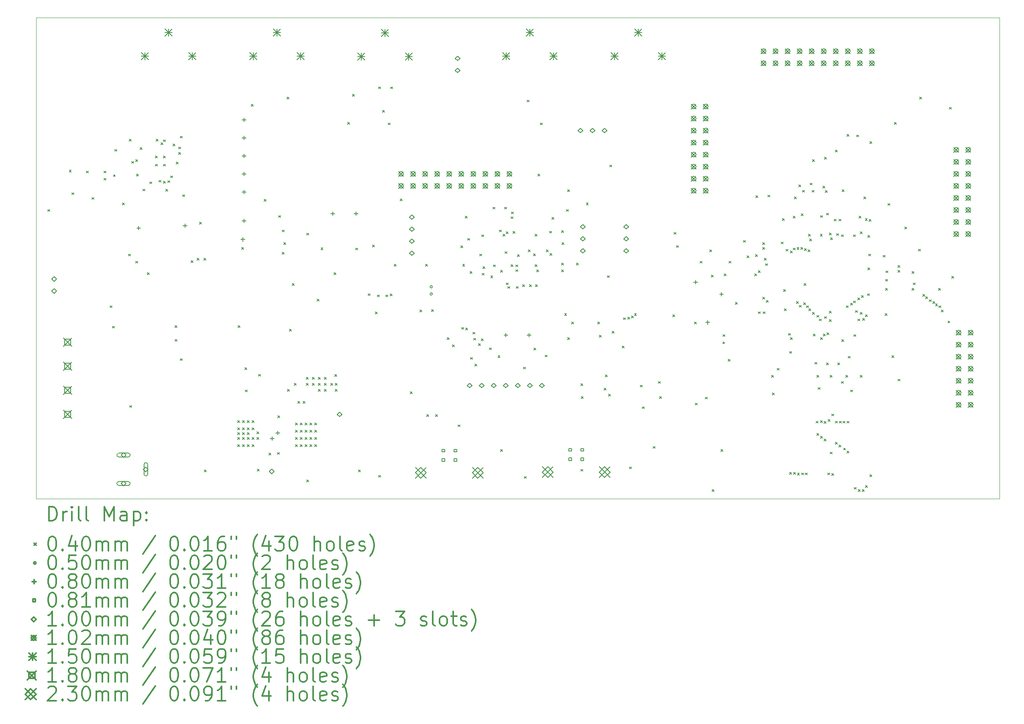
<source format=gbr>
%FSLAX45Y45*%
G04 Gerber Fmt 4.5, Leading zero omitted, Abs format (unit mm)*
G04 Created by KiCad (PCBNEW 4.0.7-e2-6376~58~ubuntu16.04.1) date Thu Sep 27 21:03:39 2018*
%MOMM*%
%LPD*%
G01*
G04 APERTURE LIST*
%ADD10C,0.127000*%
%ADD11C,0.100000*%
%ADD12C,0.200000*%
%ADD13C,0.300000*%
G04 APERTURE END LIST*
D10*
D11*
X25400000Y-5080000D02*
X25400000Y-15240000D01*
X5080000Y-15240000D02*
X5080000Y-5080000D01*
X25400000Y-15240000D02*
X5080000Y-15240000D01*
X5080000Y-5080000D02*
X25400000Y-5080000D01*
D12*
X5326700Y-9136700D02*
X5366700Y-9176700D01*
X5366700Y-9136700D02*
X5326700Y-9176700D01*
X5777156Y-8305244D02*
X5817156Y-8345244D01*
X5817156Y-8305244D02*
X5777156Y-8345244D01*
X5834700Y-8781100D02*
X5874700Y-8821100D01*
X5874700Y-8781100D02*
X5834700Y-8821100D01*
X6139500Y-8323900D02*
X6179500Y-8363900D01*
X6179500Y-8323900D02*
X6139500Y-8363900D01*
X6253800Y-8882700D02*
X6293800Y-8922700D01*
X6293800Y-8882700D02*
X6253800Y-8922700D01*
X6507800Y-8323900D02*
X6547800Y-8363900D01*
X6547800Y-8323900D02*
X6507800Y-8363900D01*
X6507800Y-8476300D02*
X6547800Y-8516300D01*
X6547800Y-8476300D02*
X6507800Y-8516300D01*
X6634800Y-11168700D02*
X6674800Y-11208700D01*
X6674800Y-11168700D02*
X6634800Y-11208700D01*
X6685600Y-11600500D02*
X6725600Y-11640500D01*
X6725600Y-11600500D02*
X6685600Y-11640500D01*
X6709201Y-8400100D02*
X6749201Y-8440100D01*
X6749201Y-8400100D02*
X6709201Y-8440100D01*
X6736400Y-7866700D02*
X6776400Y-7906700D01*
X6776400Y-7866700D02*
X6736400Y-7906700D01*
X6901500Y-8997000D02*
X6941500Y-9037000D01*
X6941500Y-8997000D02*
X6901500Y-9037000D01*
X7028500Y-10076500D02*
X7068500Y-10116500D01*
X7068500Y-10076500D02*
X7028500Y-10116500D01*
X7041200Y-7650800D02*
X7081200Y-7690800D01*
X7081200Y-7650800D02*
X7041200Y-7690800D01*
X7053900Y-13276900D02*
X7093900Y-13316900D01*
X7093900Y-13276900D02*
X7053900Y-13316900D01*
X7092000Y-8120700D02*
X7132000Y-8160700D01*
X7132000Y-8120700D02*
X7092000Y-8160700D01*
X7180900Y-8082600D02*
X7220900Y-8122600D01*
X7220900Y-8082600D02*
X7180900Y-8122600D01*
X7180900Y-10228900D02*
X7220900Y-10268900D01*
X7220900Y-10228900D02*
X7180900Y-10268900D01*
X7193600Y-8387401D02*
X7233600Y-8427401D01*
X7233600Y-8387401D02*
X7193600Y-8427401D01*
X7269800Y-7828600D02*
X7309800Y-7868600D01*
X7309800Y-7828600D02*
X7269800Y-7868600D01*
X7333299Y-8704900D02*
X7373299Y-8744900D01*
X7373299Y-8704900D02*
X7333299Y-8744900D01*
X7422200Y-10470200D02*
X7462200Y-10510200D01*
X7462200Y-10470200D02*
X7422200Y-10510200D01*
X7473000Y-8552500D02*
X7513000Y-8592500D01*
X7513000Y-8552500D02*
X7473000Y-8592500D01*
X7591250Y-8006250D02*
X7631250Y-8046250D01*
X7631250Y-8006250D02*
X7591250Y-8046250D01*
X7591250Y-8178750D02*
X7631250Y-8218750D01*
X7631250Y-8178750D02*
X7591250Y-8218750D01*
X7612700Y-7650800D02*
X7652700Y-7690800D01*
X7652700Y-7650800D02*
X7612700Y-7690800D01*
X7667195Y-8517585D02*
X7707195Y-8557585D01*
X7707195Y-8517585D02*
X7667195Y-8557585D01*
X7712667Y-7724478D02*
X7752667Y-7764478D01*
X7752667Y-7724478D02*
X7712667Y-7764478D01*
X7763750Y-8006250D02*
X7803750Y-8046250D01*
X7803750Y-8006250D02*
X7763750Y-8046250D01*
X7763750Y-8178750D02*
X7803750Y-8218750D01*
X7803750Y-8178750D02*
X7763750Y-8218750D01*
X7764159Y-7663251D02*
X7804159Y-7703251D01*
X7804159Y-7663251D02*
X7764159Y-7703251D01*
X7765100Y-8539800D02*
X7805100Y-8579800D01*
X7805100Y-8539800D02*
X7765100Y-8579800D01*
X7812189Y-8709802D02*
X7852189Y-8749802D01*
X7852189Y-8709802D02*
X7812189Y-8749802D01*
X7854000Y-8527100D02*
X7894000Y-8567100D01*
X7894000Y-8527100D02*
X7854000Y-8567100D01*
X7917500Y-8425500D02*
X7957500Y-8465500D01*
X7957500Y-8425500D02*
X7917500Y-8465500D01*
X7968300Y-7752400D02*
X8008300Y-7792400D01*
X8008300Y-7752400D02*
X7968300Y-7792400D01*
X8006400Y-11587800D02*
X8046400Y-11627800D01*
X8046400Y-11587800D02*
X8006400Y-11627800D01*
X8006400Y-11879900D02*
X8046400Y-11919900D01*
X8046400Y-11879900D02*
X8006400Y-11919900D01*
X8031800Y-8130001D02*
X8071800Y-8170001D01*
X8071800Y-8130001D02*
X8031800Y-8170001D01*
X8082599Y-7815900D02*
X8122599Y-7855900D01*
X8122599Y-7815900D02*
X8082599Y-7855900D01*
X8082600Y-7930200D02*
X8122600Y-7970200D01*
X8122600Y-7930200D02*
X8082600Y-7970200D01*
X8120700Y-7587300D02*
X8160700Y-7627300D01*
X8160700Y-7587300D02*
X8120700Y-7627300D01*
X8120700Y-12286300D02*
X8160700Y-12326300D01*
X8160700Y-12286300D02*
X8120700Y-12326300D01*
X8171500Y-8822162D02*
X8211500Y-8862162D01*
X8211500Y-8822162D02*
X8171500Y-8862162D01*
X8349300Y-10216200D02*
X8389300Y-10256200D01*
X8389300Y-10216200D02*
X8349300Y-10256200D01*
X8476300Y-10166400D02*
X8516300Y-10206400D01*
X8516300Y-10166400D02*
X8476300Y-10206400D01*
X8527100Y-9403400D02*
X8567100Y-9443400D01*
X8567100Y-9403400D02*
X8527100Y-9443400D01*
X8616000Y-10166400D02*
X8656000Y-10206400D01*
X8656000Y-10166400D02*
X8616000Y-10206400D01*
X8628700Y-14635800D02*
X8668700Y-14675800D01*
X8668700Y-14635800D02*
X8628700Y-14675800D01*
X9327200Y-13594400D02*
X9367200Y-13634400D01*
X9367200Y-13594400D02*
X9327200Y-13634400D01*
X9327200Y-13746800D02*
X9367200Y-13786800D01*
X9367200Y-13746800D02*
X9327200Y-13786800D01*
X9327200Y-13848400D02*
X9367200Y-13888400D01*
X9367200Y-13848400D02*
X9327200Y-13888400D01*
X9327200Y-13950000D02*
X9367200Y-13990000D01*
X9367200Y-13950000D02*
X9327200Y-13990000D01*
X9327200Y-14102400D02*
X9367200Y-14142400D01*
X9367200Y-14102400D02*
X9327200Y-14142400D01*
X9339900Y-11587800D02*
X9379900Y-11627800D01*
X9379900Y-11587800D02*
X9339900Y-11627800D01*
X9416100Y-9936800D02*
X9456100Y-9976800D01*
X9456100Y-9936800D02*
X9416100Y-9976800D01*
X9428800Y-13594400D02*
X9468800Y-13634400D01*
X9468800Y-13594400D02*
X9428800Y-13634400D01*
X9428800Y-13746800D02*
X9468800Y-13786800D01*
X9468800Y-13746800D02*
X9428800Y-13786800D01*
X9428800Y-13848400D02*
X9468800Y-13888400D01*
X9468800Y-13848400D02*
X9428800Y-13888400D01*
X9428800Y-13950000D02*
X9468800Y-13990000D01*
X9468800Y-13950000D02*
X9428800Y-13990000D01*
X9428800Y-14102400D02*
X9468800Y-14142400D01*
X9468800Y-14102400D02*
X9428800Y-14142400D01*
X9479600Y-12476800D02*
X9519600Y-12516800D01*
X9519600Y-12476800D02*
X9479600Y-12516800D01*
X9492300Y-12946700D02*
X9532300Y-12986700D01*
X9532300Y-12946700D02*
X9492300Y-12986700D01*
X9530400Y-13594400D02*
X9570400Y-13634400D01*
X9570400Y-13594400D02*
X9530400Y-13634400D01*
X9530400Y-13746800D02*
X9570400Y-13786800D01*
X9570400Y-13746800D02*
X9530400Y-13786800D01*
X9530400Y-13848400D02*
X9570400Y-13888400D01*
X9570400Y-13848400D02*
X9530400Y-13888400D01*
X9530400Y-13950000D02*
X9570400Y-13990000D01*
X9570400Y-13950000D02*
X9530400Y-13990000D01*
X9530400Y-14102400D02*
X9570400Y-14142400D01*
X9570400Y-14102400D02*
X9530400Y-14142400D01*
X9619300Y-6914200D02*
X9659300Y-6954200D01*
X9659300Y-6914200D02*
X9619300Y-6954200D01*
X9632000Y-13594400D02*
X9672000Y-13634400D01*
X9672000Y-13594400D02*
X9632000Y-13634400D01*
X9632000Y-13746800D02*
X9672000Y-13786800D01*
X9672000Y-13746800D02*
X9632000Y-13786800D01*
X9632000Y-13950000D02*
X9672000Y-13990000D01*
X9672000Y-13950000D02*
X9632000Y-13990000D01*
X9632000Y-14102400D02*
X9672000Y-14142400D01*
X9672000Y-14102400D02*
X9632000Y-14142400D01*
X9733600Y-13832500D02*
X9773600Y-13872500D01*
X9773600Y-13832500D02*
X9733600Y-13872500D01*
X9733600Y-13950000D02*
X9773600Y-13990000D01*
X9773600Y-13950000D02*
X9733600Y-13990000D01*
X9746300Y-14619900D02*
X9786300Y-14659900D01*
X9786300Y-14619900D02*
X9746300Y-14659900D01*
X9771700Y-12616500D02*
X9811700Y-12656500D01*
X9811700Y-12616500D02*
X9771700Y-12656500D01*
X9886071Y-8920359D02*
X9926071Y-8960359D01*
X9926071Y-8920359D02*
X9886071Y-8960359D01*
X9987600Y-14280200D02*
X10027600Y-14320200D01*
X10027600Y-14280200D02*
X9987600Y-14320200D01*
X10165400Y-14267500D02*
X10205400Y-14307500D01*
X10205400Y-14267500D02*
X10165400Y-14307500D01*
X10178100Y-13492800D02*
X10218100Y-13532800D01*
X10218100Y-13492800D02*
X10178100Y-13532800D01*
X10190800Y-9263700D02*
X10230800Y-9303700D01*
X10230800Y-9263700D02*
X10190800Y-9303700D01*
X10267000Y-9568500D02*
X10307000Y-9608500D01*
X10307000Y-9568500D02*
X10267000Y-9608500D01*
X10267000Y-10038400D02*
X10307000Y-10078400D01*
X10307000Y-10038400D02*
X10267000Y-10078400D01*
X10305100Y-9835200D02*
X10345100Y-9875200D01*
X10345100Y-9835200D02*
X10305100Y-9875200D01*
X10368600Y-6761800D02*
X10408600Y-6801800D01*
X10408600Y-6761800D02*
X10368600Y-6801800D01*
X10381300Y-12934000D02*
X10421300Y-12974000D01*
X10421300Y-12934000D02*
X10381300Y-12974000D01*
X10419400Y-11664000D02*
X10459400Y-11704000D01*
X10459400Y-11664000D02*
X10419400Y-11704000D01*
X10482900Y-10698800D02*
X10522900Y-10738800D01*
X10522900Y-10698800D02*
X10482900Y-10738800D01*
X10521000Y-12807000D02*
X10561000Y-12847000D01*
X10561000Y-12807000D02*
X10521000Y-12847000D01*
X10546400Y-13645200D02*
X10586400Y-13685200D01*
X10586400Y-13645200D02*
X10546400Y-13685200D01*
X10546400Y-13797600D02*
X10586400Y-13837600D01*
X10586400Y-13797600D02*
X10546400Y-13837600D01*
X10546400Y-13950000D02*
X10586400Y-13990000D01*
X10586400Y-13950000D02*
X10546400Y-13990000D01*
X10546400Y-14102400D02*
X10586400Y-14142400D01*
X10586400Y-14102400D02*
X10546400Y-14142400D01*
X10597200Y-13188000D02*
X10637200Y-13228000D01*
X10637200Y-13188000D02*
X10597200Y-13228000D01*
X10648000Y-13645200D02*
X10688000Y-13685200D01*
X10688000Y-13645200D02*
X10648000Y-13685200D01*
X10648000Y-13797600D02*
X10688000Y-13837600D01*
X10688000Y-13797600D02*
X10648000Y-13837600D01*
X10648000Y-13950000D02*
X10688000Y-13990000D01*
X10688000Y-13950000D02*
X10648000Y-13990000D01*
X10648000Y-14102400D02*
X10688000Y-14142400D01*
X10688000Y-14102400D02*
X10648000Y-14142400D01*
X10711500Y-13188000D02*
X10751500Y-13228000D01*
X10751500Y-13188000D02*
X10711500Y-13228000D01*
X10749600Y-13645200D02*
X10789600Y-13685200D01*
X10789600Y-13645200D02*
X10749600Y-13685200D01*
X10749600Y-13797600D02*
X10789600Y-13837600D01*
X10789600Y-13797600D02*
X10749600Y-13837600D01*
X10749600Y-13950000D02*
X10789600Y-13990000D01*
X10789600Y-13950000D02*
X10749600Y-13990000D01*
X10749600Y-14102400D02*
X10789600Y-14142400D01*
X10789600Y-14102400D02*
X10749600Y-14142400D01*
X10775000Y-12680000D02*
X10815000Y-12720000D01*
X10815000Y-12680000D02*
X10775000Y-12720000D01*
X10775000Y-12807000D02*
X10815000Y-12847000D01*
X10815000Y-12807000D02*
X10775000Y-12847000D01*
X10784956Y-9634744D02*
X10824956Y-9674744D01*
X10824956Y-9634744D02*
X10784956Y-9674744D01*
X10787700Y-14847000D02*
X10827700Y-14887000D01*
X10827700Y-14847000D02*
X10787700Y-14887000D01*
X10851200Y-13645200D02*
X10891200Y-13685200D01*
X10891200Y-13645200D02*
X10851200Y-13685200D01*
X10851200Y-13797600D02*
X10891200Y-13837600D01*
X10891200Y-13797600D02*
X10851200Y-13837600D01*
X10851200Y-13950000D02*
X10891200Y-13990000D01*
X10891200Y-13950000D02*
X10851200Y-13990000D01*
X10851200Y-14102400D02*
X10891200Y-14142400D01*
X10891200Y-14102400D02*
X10851200Y-14142400D01*
X10902000Y-12680000D02*
X10942000Y-12720000D01*
X10942000Y-12680000D02*
X10902000Y-12720000D01*
X10902000Y-12807000D02*
X10942000Y-12847000D01*
X10942000Y-12807000D02*
X10902000Y-12847000D01*
X10952800Y-13645200D02*
X10992800Y-13685200D01*
X10992800Y-13645200D02*
X10952800Y-13685200D01*
X10952800Y-13797600D02*
X10992800Y-13837600D01*
X10992800Y-13797600D02*
X10952800Y-13837600D01*
X10952800Y-13950000D02*
X10992800Y-13990000D01*
X10992800Y-13950000D02*
X10952800Y-13990000D01*
X10952800Y-14102400D02*
X10992800Y-14142400D01*
X10992800Y-14102400D02*
X10952800Y-14142400D01*
X11003600Y-11029000D02*
X11043600Y-11069000D01*
X11043600Y-11029000D02*
X11003600Y-11069000D01*
X11029000Y-12680000D02*
X11069000Y-12720000D01*
X11069000Y-12680000D02*
X11029000Y-12720000D01*
X11029000Y-12807000D02*
X11069000Y-12847000D01*
X11069000Y-12807000D02*
X11029000Y-12847000D01*
X11029000Y-12934000D02*
X11069000Y-12974000D01*
X11069000Y-12934000D02*
X11029000Y-12974000D01*
X11085894Y-9943406D02*
X11125894Y-9983406D01*
X11125894Y-9943406D02*
X11085894Y-9983406D01*
X11156000Y-12680000D02*
X11196000Y-12720000D01*
X11196000Y-12680000D02*
X11156000Y-12720000D01*
X11156000Y-12807000D02*
X11196000Y-12847000D01*
X11196000Y-12807000D02*
X11156000Y-12847000D01*
X11156000Y-12934000D02*
X11196000Y-12974000D01*
X11196000Y-12934000D02*
X11156000Y-12974000D01*
X11295700Y-12807000D02*
X11335700Y-12847000D01*
X11335700Y-12807000D02*
X11295700Y-12847000D01*
X11359200Y-10470200D02*
X11399200Y-10510200D01*
X11399200Y-10470200D02*
X11359200Y-10510200D01*
X11378801Y-12622299D02*
X11418801Y-12662299D01*
X11418801Y-12622299D02*
X11378801Y-12662299D01*
X11384600Y-12807000D02*
X11424600Y-12847000D01*
X11424600Y-12807000D02*
X11384600Y-12847000D01*
X11384600Y-12934000D02*
X11424600Y-12974000D01*
X11424600Y-12934000D02*
X11384600Y-12974000D01*
X11651300Y-7295200D02*
X11691300Y-7335200D01*
X11691300Y-7295200D02*
X11651300Y-7335200D01*
X11752900Y-6699300D02*
X11792900Y-6739300D01*
X11792900Y-6699300D02*
X11752900Y-6739300D01*
X11816400Y-9949500D02*
X11856400Y-9989500D01*
X11856400Y-9949500D02*
X11816400Y-9989500D01*
X11879900Y-14635800D02*
X11919900Y-14675800D01*
X11919900Y-14635800D02*
X11879900Y-14675800D01*
X12083100Y-10914700D02*
X12123100Y-10954700D01*
X12123100Y-10914700D02*
X12083100Y-10954700D01*
X12172000Y-9886000D02*
X12212000Y-9926000D01*
X12212000Y-9886000D02*
X12172000Y-9926000D01*
X12235500Y-11297587D02*
X12275500Y-11337587D01*
X12275500Y-11297587D02*
X12235500Y-11337587D01*
X12273600Y-10939100D02*
X12313600Y-10979100D01*
X12313600Y-10939100D02*
X12273600Y-10979100D01*
X12299000Y-6545900D02*
X12339000Y-6585900D01*
X12339000Y-6545900D02*
X12299000Y-6585900D01*
X12299000Y-14750100D02*
X12339000Y-14790100D01*
X12339000Y-14750100D02*
X12299000Y-14790100D01*
X12387900Y-7041200D02*
X12427900Y-7081200D01*
X12427900Y-7041200D02*
X12387900Y-7081200D01*
X12451400Y-10939100D02*
X12491400Y-10979100D01*
X12491400Y-10939100D02*
X12451400Y-10979100D01*
X12502200Y-7307900D02*
X12542200Y-7347900D01*
X12542200Y-7307900D02*
X12502200Y-7347900D01*
X12546905Y-10920795D02*
X12586905Y-10960795D01*
X12586905Y-10920795D02*
X12546905Y-10960795D01*
X12553000Y-6545900D02*
X12593000Y-6585900D01*
X12593000Y-6545900D02*
X12553000Y-6585900D01*
X12629200Y-10292400D02*
X12669200Y-10332400D01*
X12669200Y-10292400D02*
X12629200Y-10332400D01*
X12756200Y-8914900D02*
X12796200Y-8954900D01*
X12796200Y-8914900D02*
X12756200Y-8954900D01*
X12972100Y-12984800D02*
X13012100Y-13024800D01*
X13012100Y-12984800D02*
X12972100Y-13024800D01*
X13175300Y-11257600D02*
X13215300Y-11297600D01*
X13215300Y-11257600D02*
X13175300Y-11297600D01*
X13289600Y-10292400D02*
X13329600Y-10332400D01*
X13329600Y-10292400D02*
X13289600Y-10332400D01*
X13315000Y-13467400D02*
X13355000Y-13507400D01*
X13355000Y-13467400D02*
X13315000Y-13507400D01*
X13420934Y-11248865D02*
X13460934Y-11288865D01*
X13460934Y-11248865D02*
X13420934Y-11288865D01*
X13505500Y-13467400D02*
X13545500Y-13507400D01*
X13545500Y-13467400D02*
X13505500Y-13507400D01*
X13747113Y-11843242D02*
X13787113Y-11883242D01*
X13787113Y-11843242D02*
X13747113Y-11883242D01*
X13861100Y-11994200D02*
X13901100Y-12034200D01*
X13901100Y-11994200D02*
X13861100Y-12034200D01*
X13975400Y-13683300D02*
X14015400Y-13723300D01*
X14015400Y-13683300D02*
X13975400Y-13723300D01*
X14033811Y-9899699D02*
X14073811Y-9939699D01*
X14073811Y-9899699D02*
X14033811Y-9939699D01*
X14052221Y-11626521D02*
X14092221Y-11666521D01*
X14092221Y-11626521D02*
X14052221Y-11666521D01*
X14074877Y-10289650D02*
X14114877Y-10329650D01*
X14114877Y-10289650D02*
X14074877Y-10329650D01*
X14127800Y-9276400D02*
X14167800Y-9316400D01*
X14167800Y-9276400D02*
X14127800Y-9316400D01*
X14140500Y-11638600D02*
X14180500Y-11678600D01*
X14180500Y-11638600D02*
X14140500Y-11678600D01*
X14178600Y-9746300D02*
X14218600Y-9786300D01*
X14218600Y-9746300D02*
X14178600Y-9786300D01*
X14229400Y-10444800D02*
X14269400Y-10484800D01*
X14269400Y-10444800D02*
X14229400Y-10484800D01*
X14242100Y-12260900D02*
X14282100Y-12300900D01*
X14282100Y-12260900D02*
X14242100Y-12300900D01*
X14292900Y-11727500D02*
X14332900Y-11767500D01*
X14332900Y-11727500D02*
X14292900Y-11767500D01*
X14305600Y-11854500D02*
X14345600Y-11894500D01*
X14345600Y-11854500D02*
X14305600Y-11894500D01*
X14331000Y-12400600D02*
X14371000Y-12440600D01*
X14371000Y-12400600D02*
X14331000Y-12440600D01*
X14407200Y-11968800D02*
X14447200Y-12008800D01*
X14447200Y-11968800D02*
X14407200Y-12008800D01*
X14432600Y-10076500D02*
X14472600Y-10116500D01*
X14472600Y-10076500D02*
X14432600Y-10116500D01*
X14470700Y-11867200D02*
X14510700Y-11907200D01*
X14510700Y-11867200D02*
X14470700Y-11907200D01*
X14478025Y-9670277D02*
X14518025Y-9710277D01*
X14518025Y-9670277D02*
X14478025Y-9710277D01*
X14483400Y-10482900D02*
X14523400Y-10522900D01*
X14523400Y-10482900D02*
X14483400Y-10522900D01*
X14502992Y-10344200D02*
X14542992Y-10384200D01*
X14542992Y-10344200D02*
X14502992Y-10384200D01*
X14635800Y-12057700D02*
X14675800Y-12097700D01*
X14675800Y-12057700D02*
X14635800Y-12097700D01*
X14667805Y-10540305D02*
X14707805Y-10580305D01*
X14707805Y-10540305D02*
X14667805Y-10580305D01*
X14712000Y-9085900D02*
X14752000Y-9125900D01*
X14752000Y-9085900D02*
X14712000Y-9125900D01*
X14724700Y-10305100D02*
X14764700Y-10345100D01*
X14764700Y-10305100D02*
X14724700Y-10345100D01*
X14819399Y-12222800D02*
X14859399Y-12262800D01*
X14859399Y-12222800D02*
X14819399Y-12262800D01*
X14851700Y-9568500D02*
X14891700Y-9608500D01*
X14891700Y-9568500D02*
X14851700Y-9608500D01*
X14877100Y-10419400D02*
X14917100Y-10459400D01*
X14917100Y-10419400D02*
X14877100Y-10459400D01*
X14877100Y-14204000D02*
X14917100Y-14244000D01*
X14917100Y-14204000D02*
X14877100Y-14244000D01*
X14927900Y-9657400D02*
X14967900Y-9697400D01*
X14967900Y-9657400D02*
X14927900Y-9697400D01*
X14962000Y-9085900D02*
X15002000Y-9125900D01*
X15002000Y-9085900D02*
X14962000Y-9125900D01*
X14966000Y-10025700D02*
X15006000Y-10065700D01*
X15006000Y-10025700D02*
X14966000Y-10065700D01*
X14991400Y-9606600D02*
X15031400Y-9646600D01*
X15031400Y-9606600D02*
X14991400Y-9646600D01*
X14991400Y-10686100D02*
X15031400Y-10726100D01*
X15031400Y-10686100D02*
X14991400Y-10726100D01*
X15029500Y-10762300D02*
X15069500Y-10802300D01*
X15069500Y-10762300D02*
X15029500Y-10802300D01*
X15093000Y-9289100D02*
X15133000Y-9329100D01*
X15133000Y-9289100D02*
X15093000Y-9329100D01*
X15093000Y-10303501D02*
X15133000Y-10343501D01*
X15133000Y-10303501D02*
X15093000Y-10343501D01*
X15105700Y-9187500D02*
X15145700Y-9227500D01*
X15145700Y-9187500D02*
X15105700Y-9227500D01*
X15137706Y-9599994D02*
X15177706Y-9639994D01*
X15177706Y-9599994D02*
X15137706Y-9639994D01*
X15194600Y-10305100D02*
X15234600Y-10345100D01*
X15234600Y-10305100D02*
X15194600Y-10345100D01*
X15194600Y-10406700D02*
X15234600Y-10446700D01*
X15234600Y-10406700D02*
X15194600Y-10446700D01*
X15207300Y-10762300D02*
X15247300Y-10802300D01*
X15247300Y-10762300D02*
X15207300Y-10802300D01*
X15232700Y-10089200D02*
X15272700Y-10129200D01*
X15272700Y-10089200D02*
X15232700Y-10129200D01*
X15341633Y-10725200D02*
X15381633Y-10765200D01*
X15381633Y-10725200D02*
X15341633Y-10765200D01*
X15359700Y-12464100D02*
X15399700Y-12504100D01*
X15399700Y-12464100D02*
X15359700Y-12504100D01*
X15372400Y-14775500D02*
X15412400Y-14815500D01*
X15412400Y-14775500D02*
X15372400Y-14815500D01*
X15435900Y-6825300D02*
X15475900Y-6865300D01*
X15475900Y-6825300D02*
X15435900Y-6865300D01*
X15461300Y-9987600D02*
X15501300Y-10027600D01*
X15501300Y-9987600D02*
X15461300Y-10027600D01*
X15486700Y-10724200D02*
X15526700Y-10764200D01*
X15526700Y-10724200D02*
X15486700Y-10764200D01*
X15567428Y-10074301D02*
X15607428Y-10114301D01*
X15607428Y-10074301D02*
X15567428Y-10114301D01*
X15575600Y-12058699D02*
X15615600Y-12098699D01*
X15615600Y-12058699D02*
X15575600Y-12098699D01*
X15601000Y-9657400D02*
X15641000Y-9697400D01*
X15641000Y-9657400D02*
X15601000Y-9697400D01*
X15602616Y-10303320D02*
X15642616Y-10343320D01*
X15642616Y-10303320D02*
X15602616Y-10343320D01*
X15611701Y-10724200D02*
X15651701Y-10764200D01*
X15651701Y-10724200D02*
X15611701Y-10764200D01*
X15639100Y-10412600D02*
X15679100Y-10452600D01*
X15679100Y-10412600D02*
X15639100Y-10452600D01*
X15664500Y-8387400D02*
X15704500Y-8427400D01*
X15704500Y-8387400D02*
X15664500Y-8427400D01*
X15715300Y-7307900D02*
X15755300Y-7347900D01*
X15755300Y-7307900D02*
X15715300Y-7347900D01*
X15813300Y-12210100D02*
X15853300Y-12250100D01*
X15853300Y-12210100D02*
X15813300Y-12250100D01*
X15842300Y-9984500D02*
X15882300Y-10024500D01*
X15882300Y-9984500D02*
X15842300Y-10024500D01*
X15905800Y-9593900D02*
X15945800Y-9633900D01*
X15945800Y-9593900D02*
X15905800Y-9633900D01*
X15918500Y-10063800D02*
X15958500Y-10103800D01*
X15958500Y-10063800D02*
X15918500Y-10103800D01*
X15956600Y-9301800D02*
X15996600Y-9341800D01*
X15996600Y-9301800D02*
X15956600Y-9341800D01*
X16159800Y-9581200D02*
X16199800Y-9621200D01*
X16199800Y-9581200D02*
X16159800Y-9621200D01*
X16159800Y-10266999D02*
X16199800Y-10306999D01*
X16199800Y-10266999D02*
X16159800Y-10306999D01*
X16159800Y-10412600D02*
X16199800Y-10452600D01*
X16199800Y-10412600D02*
X16159800Y-10452600D01*
X16172500Y-9835200D02*
X16212500Y-9875200D01*
X16212500Y-9835200D02*
X16172500Y-9875200D01*
X16224150Y-11334650D02*
X16264150Y-11374650D01*
X16264150Y-11334650D02*
X16224150Y-11374650D01*
X16261400Y-9136700D02*
X16301400Y-9176700D01*
X16301400Y-9136700D02*
X16261400Y-9176700D01*
X16286800Y-8717600D02*
X16326800Y-8757600D01*
X16326800Y-8717600D02*
X16286800Y-8757600D01*
X16286800Y-11841800D02*
X16326800Y-11881800D01*
X16326800Y-11841800D02*
X16286800Y-11881800D01*
X16375700Y-11511600D02*
X16415700Y-11551600D01*
X16415700Y-11511600D02*
X16375700Y-11551600D01*
X16477229Y-10266400D02*
X16517229Y-10306400D01*
X16517229Y-10266400D02*
X16477229Y-10306400D01*
X16566200Y-12816400D02*
X16606200Y-12856400D01*
X16606200Y-12816400D02*
X16566200Y-12856400D01*
X16566200Y-14623100D02*
X16606200Y-14663100D01*
X16606200Y-14623100D02*
X16566200Y-14663100D01*
X16578900Y-13086400D02*
X16618900Y-13126400D01*
X16618900Y-13086400D02*
X16578900Y-13126400D01*
X16682100Y-8997000D02*
X16722100Y-9037000D01*
X16722100Y-8997000D02*
X16682100Y-9037000D01*
X16921800Y-11511600D02*
X16961800Y-11551600D01*
X16961800Y-11511600D02*
X16921800Y-11551600D01*
X16959900Y-11791000D02*
X16999900Y-11831000D01*
X16999900Y-11791000D02*
X16959900Y-11831000D01*
X17061500Y-12908600D02*
X17101500Y-12948600D01*
X17101500Y-12908600D02*
X17061500Y-12948600D01*
X17086900Y-12629200D02*
X17126900Y-12669200D01*
X17126900Y-12629200D02*
X17086900Y-12669200D01*
X17125000Y-10533700D02*
X17165000Y-10573700D01*
X17165000Y-10533700D02*
X17125000Y-10573700D01*
X17150400Y-13035600D02*
X17190400Y-13075600D01*
X17190400Y-13035600D02*
X17150400Y-13075600D01*
X17175800Y-8196900D02*
X17215800Y-8236900D01*
X17215800Y-8196900D02*
X17175800Y-8236900D01*
X17228200Y-11707700D02*
X17268200Y-11747700D01*
X17268200Y-11707700D02*
X17228200Y-11747700D01*
X17442500Y-12019600D02*
X17482500Y-12059600D01*
X17482500Y-12019600D02*
X17442500Y-12059600D01*
X17467900Y-11422700D02*
X17507900Y-11462700D01*
X17507900Y-11422700D02*
X17467900Y-11462700D01*
X17556800Y-11410000D02*
X17596800Y-11450000D01*
X17596800Y-11410000D02*
X17556800Y-11450000D01*
X17594900Y-14572300D02*
X17634900Y-14612300D01*
X17634900Y-14572300D02*
X17594900Y-14612300D01*
X17632574Y-11381440D02*
X17672574Y-11421440D01*
X17672574Y-11381440D02*
X17632574Y-11421440D01*
X17697288Y-11334406D02*
X17737288Y-11374406D01*
X17737288Y-11334406D02*
X17697288Y-11374406D01*
X17823500Y-12845100D02*
X17863500Y-12885100D01*
X17863500Y-12845100D02*
X17823500Y-12885100D01*
X17861600Y-13302300D02*
X17901600Y-13342300D01*
X17901600Y-13302300D02*
X17861600Y-13342300D01*
X18090200Y-14140500D02*
X18130200Y-14180500D01*
X18130200Y-14140500D02*
X18090200Y-14180500D01*
X18204500Y-12768900D02*
X18244500Y-12808900D01*
X18244500Y-12768900D02*
X18204500Y-12808900D01*
X18229900Y-13086400D02*
X18269900Y-13126400D01*
X18269900Y-13086400D02*
X18229900Y-13126400D01*
X18509300Y-11359200D02*
X18549300Y-11399200D01*
X18549300Y-11359200D02*
X18509300Y-11399200D01*
X18534700Y-9619300D02*
X18574700Y-9659300D01*
X18574700Y-9619300D02*
X18534700Y-9659300D01*
X18585500Y-9898700D02*
X18625500Y-9938700D01*
X18625500Y-9898700D02*
X18585500Y-9938700D01*
X18966500Y-11511600D02*
X19006500Y-11551600D01*
X19006500Y-11511600D02*
X18966500Y-11551600D01*
X18979200Y-13226100D02*
X19019200Y-13266100D01*
X19019200Y-13226100D02*
X18979200Y-13266100D01*
X19080800Y-10228900D02*
X19120800Y-10268900D01*
X19120800Y-10228900D02*
X19080800Y-10268900D01*
X19195100Y-13099100D02*
X19235100Y-13139100D01*
X19235100Y-13099100D02*
X19195100Y-13139100D01*
X19284001Y-9987600D02*
X19324001Y-10027600D01*
X19324001Y-9987600D02*
X19284001Y-10027600D01*
X19322100Y-10521000D02*
X19362100Y-10561000D01*
X19362100Y-10521000D02*
X19322100Y-10561000D01*
X19334800Y-15048998D02*
X19374800Y-15088998D01*
X19374800Y-15048998D02*
X19334800Y-15088998D01*
X19525300Y-14204000D02*
X19565300Y-14244000D01*
X19565300Y-14204000D02*
X19525300Y-14244000D01*
X19560026Y-11930700D02*
X19600026Y-11970700D01*
X19600026Y-11930700D02*
X19560026Y-11970700D01*
X19563400Y-11778300D02*
X19603400Y-11818300D01*
X19603400Y-11778300D02*
X19563400Y-11818300D01*
X19588800Y-10495600D02*
X19628800Y-10535600D01*
X19628800Y-10495600D02*
X19588800Y-10535600D01*
X19677700Y-12299000D02*
X19717700Y-12339000D01*
X19717700Y-12299000D02*
X19677700Y-12339000D01*
X19690400Y-10228900D02*
X19730400Y-10268900D01*
X19730400Y-10228900D02*
X19690400Y-10268900D01*
X19826458Y-11095632D02*
X19866458Y-11135632D01*
X19866458Y-11095632D02*
X19826458Y-11135632D01*
X19999200Y-9788400D02*
X20039200Y-9828400D01*
X20039200Y-9788400D02*
X19999200Y-9828400D01*
X20071400Y-10114600D02*
X20111400Y-10154600D01*
X20111400Y-10114600D02*
X20071400Y-10154600D01*
X20236500Y-10495600D02*
X20276500Y-10535600D01*
X20276500Y-10495600D02*
X20236500Y-10535600D01*
X20249200Y-10089200D02*
X20289200Y-10129200D01*
X20289200Y-10089200D02*
X20249200Y-10129200D01*
X20261900Y-8844600D02*
X20301900Y-8884600D01*
X20301900Y-8844600D02*
X20261900Y-8884600D01*
X20307700Y-10427100D02*
X20347700Y-10467100D01*
X20347700Y-10427100D02*
X20307700Y-10467100D01*
X20312700Y-11295700D02*
X20352700Y-11335700D01*
X20352700Y-11295700D02*
X20312700Y-11335700D01*
X20401600Y-9835200D02*
X20441600Y-9875200D01*
X20441600Y-9835200D02*
X20401600Y-9875200D01*
X20401600Y-9936800D02*
X20441600Y-9976800D01*
X20441600Y-9936800D02*
X20401600Y-9976800D01*
X20401600Y-10987101D02*
X20441600Y-11027101D01*
X20441600Y-10987101D02*
X20401600Y-11027101D01*
X20414300Y-11295700D02*
X20454300Y-11335700D01*
X20454300Y-11295700D02*
X20414300Y-11335700D01*
X20439700Y-10165400D02*
X20479700Y-10205400D01*
X20479700Y-10165400D02*
X20439700Y-10205400D01*
X20465100Y-10279700D02*
X20505100Y-10319700D01*
X20505100Y-10279700D02*
X20465100Y-10319700D01*
X20477800Y-11054400D02*
X20517800Y-11094400D01*
X20517800Y-11054400D02*
X20477800Y-11094400D01*
X20515900Y-8831900D02*
X20555900Y-8871900D01*
X20555900Y-8831900D02*
X20515900Y-8871900D01*
X20592100Y-12634501D02*
X20632100Y-12674501D01*
X20632100Y-12634501D02*
X20592100Y-12674501D01*
X20604800Y-13010200D02*
X20644800Y-13050200D01*
X20644800Y-13010200D02*
X20604800Y-13050200D01*
X20706400Y-12489500D02*
X20746400Y-12529500D01*
X20746400Y-12489500D02*
X20706400Y-12529500D01*
X20795132Y-9822668D02*
X20835132Y-9862668D01*
X20835132Y-9822668D02*
X20795132Y-9862668D01*
X20820700Y-9327200D02*
X20860700Y-9367200D01*
X20860700Y-9327200D02*
X20820700Y-9367200D01*
X20846100Y-10825800D02*
X20886100Y-10865800D01*
X20886100Y-10825800D02*
X20846100Y-10865800D01*
X20858800Y-11232200D02*
X20898800Y-11272200D01*
X20898800Y-11232200D02*
X20858800Y-11272200D01*
X20896900Y-9974900D02*
X20936900Y-10014900D01*
X20936900Y-9974900D02*
X20896900Y-10014900D01*
X20947955Y-11753155D02*
X20987955Y-11793155D01*
X20987955Y-11753155D02*
X20947955Y-11793155D01*
X20972101Y-12133900D02*
X21012101Y-12173900D01*
X21012101Y-12133900D02*
X20972101Y-12173900D01*
X20973100Y-14686600D02*
X21013100Y-14726600D01*
X21013100Y-14686600D02*
X20973100Y-14726600D01*
X20985800Y-10013000D02*
X21025800Y-10053000D01*
X21025800Y-10013000D02*
X20985800Y-10053000D01*
X20985800Y-11841800D02*
X21025800Y-11881800D01*
X21025800Y-11841800D02*
X20985800Y-11881800D01*
X21044398Y-9273849D02*
X21084398Y-9313849D01*
X21084398Y-9273849D02*
X21044398Y-9313849D01*
X21049300Y-9949500D02*
X21089300Y-9989500D01*
X21089300Y-9949500D02*
X21049300Y-9989500D01*
X21057263Y-14685372D02*
X21097263Y-14725372D01*
X21097263Y-14685372D02*
X21057263Y-14725372D01*
X21074700Y-8870000D02*
X21114700Y-8910000D01*
X21114700Y-8870000D02*
X21074700Y-8910000D01*
X21112800Y-11079800D02*
X21152800Y-11119800D01*
X21152800Y-11079800D02*
X21112800Y-11119800D01*
X21128212Y-9936348D02*
X21168212Y-9976348D01*
X21168212Y-9936348D02*
X21128212Y-9976348D01*
X21134651Y-14705649D02*
X21174651Y-14745649D01*
X21174651Y-14705649D02*
X21134651Y-14745649D01*
X21163600Y-8616000D02*
X21203600Y-8656000D01*
X21203600Y-8616000D02*
X21163600Y-8656000D01*
X21173097Y-11159750D02*
X21213097Y-11199750D01*
X21213097Y-11159750D02*
X21173097Y-11199750D01*
X21208210Y-9936840D02*
X21248210Y-9976840D01*
X21248210Y-9936840D02*
X21208210Y-9976840D01*
X21214400Y-9225599D02*
X21254400Y-9265599D01*
X21254400Y-9225599D02*
X21214400Y-9265599D01*
X21223300Y-14698842D02*
X21263300Y-14738842D01*
X21263300Y-14698842D02*
X21223300Y-14738842D01*
X21239800Y-8730300D02*
X21279800Y-8770300D01*
X21279800Y-8730300D02*
X21239800Y-8770300D01*
X21265200Y-11105200D02*
X21305200Y-11145200D01*
X21305200Y-11105200D02*
X21265200Y-11145200D01*
X21277900Y-10698800D02*
X21317900Y-10738800D01*
X21317900Y-10698800D02*
X21277900Y-10738800D01*
X21283388Y-9964197D02*
X21323388Y-10004197D01*
X21323388Y-9964197D02*
X21283388Y-10004197D01*
X21303300Y-14699301D02*
X21343300Y-14739301D01*
X21343300Y-14699301D02*
X21303300Y-14739301D01*
X21328700Y-11168700D02*
X21368700Y-11208700D01*
X21368700Y-11168700D02*
X21328700Y-11208700D01*
X21359336Y-9989333D02*
X21399336Y-10029333D01*
X21399336Y-9989333D02*
X21359336Y-10029333D01*
X21366800Y-9657400D02*
X21406800Y-9697400D01*
X21406800Y-9657400D02*
X21366800Y-9697400D01*
X21379500Y-11232200D02*
X21419500Y-11272200D01*
X21419500Y-11232200D02*
X21379500Y-11272200D01*
X21392200Y-9759000D02*
X21432200Y-9799000D01*
X21432200Y-9759000D02*
X21392200Y-9799000D01*
X21404900Y-8577900D02*
X21444900Y-8617900D01*
X21444900Y-8577900D02*
X21404900Y-8617900D01*
X21443000Y-8730300D02*
X21483000Y-8770300D01*
X21483000Y-8730300D02*
X21443000Y-8770300D01*
X21455700Y-8082600D02*
X21495700Y-8122600D01*
X21495700Y-8082600D02*
X21455700Y-8122600D01*
X21455700Y-11308400D02*
X21495700Y-11348400D01*
X21495700Y-11308400D02*
X21455700Y-11348400D01*
X21468400Y-11765600D02*
X21508400Y-11805600D01*
X21508400Y-11765600D02*
X21468400Y-11805600D01*
X21506500Y-12362500D02*
X21546500Y-12402500D01*
X21546500Y-12362500D02*
X21506500Y-12402500D01*
X21531900Y-13607100D02*
X21571900Y-13647100D01*
X21571900Y-13607100D02*
X21531900Y-13647100D01*
X21544600Y-11371900D02*
X21584600Y-11411900D01*
X21584600Y-11371900D02*
X21544600Y-11411900D01*
X21544600Y-12634501D02*
X21584600Y-12674501D01*
X21584600Y-12634501D02*
X21544600Y-12674501D01*
X21544600Y-13865900D02*
X21584600Y-13905900D01*
X21584600Y-13865900D02*
X21544600Y-13905900D01*
X21570000Y-12895900D02*
X21610000Y-12935900D01*
X21610000Y-12895900D02*
X21570000Y-12935900D01*
X21595400Y-11448100D02*
X21635400Y-11488100D01*
X21635400Y-11448100D02*
X21595400Y-11488100D01*
X21617600Y-9654200D02*
X21657600Y-9694200D01*
X21657600Y-9654200D02*
X21617600Y-9694200D01*
X21620800Y-11841800D02*
X21660800Y-11881800D01*
X21660800Y-11841800D02*
X21620800Y-11881800D01*
X21620800Y-13594400D02*
X21660800Y-13634400D01*
X21660800Y-13594400D02*
X21620800Y-13634400D01*
X21620800Y-13923600D02*
X21660800Y-13963600D01*
X21660800Y-13923600D02*
X21620800Y-13963600D01*
X21625102Y-9263700D02*
X21665102Y-9303700D01*
X21665102Y-9263700D02*
X21625102Y-9303700D01*
X21671600Y-8641400D02*
X21711600Y-8681400D01*
X21711600Y-8641400D02*
X21671600Y-8681400D01*
X21680100Y-11765600D02*
X21720100Y-11805600D01*
X21720100Y-11765600D02*
X21680100Y-11805600D01*
X21699000Y-13986100D02*
X21739000Y-14026100D01*
X21739000Y-13986100D02*
X21699000Y-14026100D01*
X21699247Y-13610089D02*
X21739247Y-13650089D01*
X21739247Y-13610089D02*
X21699247Y-13650089D01*
X21709249Y-8031800D02*
X21749249Y-8071800D01*
X21749249Y-8031800D02*
X21709249Y-8071800D01*
X21709700Y-11397300D02*
X21749700Y-11437300D01*
X21749700Y-11397300D02*
X21709700Y-11437300D01*
X21721942Y-8734100D02*
X21761942Y-8774100D01*
X21761942Y-8734100D02*
X21721942Y-8774100D01*
X21747800Y-9212900D02*
X21787800Y-9252900D01*
X21787800Y-9212900D02*
X21747800Y-9252900D01*
X21747800Y-12375200D02*
X21787800Y-12415200D01*
X21787800Y-12375200D02*
X21747800Y-12415200D01*
X21760056Y-11739756D02*
X21800056Y-11779756D01*
X21800056Y-11739756D02*
X21760056Y-11779756D01*
X21773200Y-14699300D02*
X21813200Y-14739300D01*
X21813200Y-14699300D02*
X21773200Y-14739300D01*
X21785900Y-13569000D02*
X21825900Y-13609000D01*
X21825900Y-13569000D02*
X21785900Y-13609000D01*
X21811300Y-9632000D02*
X21851300Y-9672000D01*
X21851300Y-9632000D02*
X21811300Y-9672000D01*
X21811300Y-11282999D02*
X21851300Y-11322999D01*
X21851300Y-11282999D02*
X21811300Y-11322999D01*
X21811300Y-11460800D02*
X21851300Y-11500800D01*
X21851300Y-11460800D02*
X21811300Y-11500800D01*
X21823186Y-14258186D02*
X21863186Y-14298186D01*
X21863186Y-14258186D02*
X21823186Y-14298186D01*
X21824000Y-12634501D02*
X21864000Y-12674501D01*
X21864000Y-12634501D02*
X21824000Y-12674501D01*
X21836700Y-9733600D02*
X21876700Y-9773600D01*
X21876700Y-9733600D02*
X21836700Y-9773600D01*
X21862100Y-13454700D02*
X21902100Y-13494700D01*
X21902100Y-13454700D02*
X21862100Y-13494700D01*
X21862100Y-14712000D02*
X21902100Y-14752000D01*
X21902100Y-14712000D02*
X21862100Y-14752000D01*
X21912900Y-9338900D02*
X21952900Y-9378900D01*
X21952900Y-9338900D02*
X21912900Y-9378900D01*
X21938300Y-7879400D02*
X21978300Y-7919400D01*
X21978300Y-7879400D02*
X21938300Y-7919400D01*
X21938300Y-13607100D02*
X21978300Y-13647100D01*
X21978300Y-13607100D02*
X21938300Y-13647100D01*
X21938300Y-14048600D02*
X21978300Y-14088600D01*
X21978300Y-14048600D02*
X21938300Y-14088600D01*
X21963700Y-9644700D02*
X22003700Y-9684700D01*
X22003700Y-9644700D02*
X21963700Y-9684700D01*
X21989100Y-12375200D02*
X22029100Y-12415200D01*
X22029100Y-12375200D02*
X21989100Y-12415200D01*
X22014500Y-9339900D02*
X22054500Y-9379900D01*
X22054500Y-9339900D02*
X22014500Y-9379900D01*
X22014500Y-14111100D02*
X22054500Y-14151100D01*
X22054500Y-14111100D02*
X22014500Y-14151100D01*
X22018300Y-13607100D02*
X22058300Y-13647100D01*
X22058300Y-13607100D02*
X22018300Y-13647100D01*
X22065300Y-9670100D02*
X22105300Y-9710100D01*
X22105300Y-9670100D02*
X22065300Y-9710100D01*
X22065300Y-12768900D02*
X22105300Y-12808900D01*
X22105300Y-12768900D02*
X22065300Y-12808900D01*
X22071465Y-11886065D02*
X22111465Y-11926065D01*
X22111465Y-11886065D02*
X22071465Y-11926065D01*
X22078000Y-8717600D02*
X22118000Y-8757600D01*
X22118000Y-8717600D02*
X22078000Y-8757600D01*
X22098301Y-13607100D02*
X22138301Y-13647100D01*
X22138301Y-13607100D02*
X22098301Y-13647100D01*
X22108676Y-14173600D02*
X22148676Y-14213600D01*
X22148676Y-14173600D02*
X22108676Y-14213600D01*
X22154200Y-12634501D02*
X22194200Y-12674501D01*
X22194200Y-12634501D02*
X22154200Y-12674501D01*
X22166900Y-11168700D02*
X22206900Y-11208700D01*
X22206900Y-11168700D02*
X22166900Y-11208700D01*
X22179600Y-7549200D02*
X22219600Y-7589200D01*
X22219600Y-7549200D02*
X22179600Y-7589200D01*
X22179600Y-13607100D02*
X22219600Y-13647100D01*
X22219600Y-13607100D02*
X22179600Y-13647100D01*
X22179600Y-14236099D02*
X22219600Y-14276099D01*
X22219600Y-14236099D02*
X22179600Y-14276099D01*
X22205000Y-12235500D02*
X22245000Y-12275500D01*
X22245000Y-12235500D02*
X22205000Y-12275500D01*
X22255300Y-11115100D02*
X22295300Y-11155100D01*
X22295300Y-11115100D02*
X22255300Y-11155100D01*
X22255800Y-12946700D02*
X22295800Y-12986700D01*
X22295800Y-12946700D02*
X22255800Y-12986700D01*
X22319300Y-9670100D02*
X22359300Y-9710100D01*
X22359300Y-9670100D02*
X22319300Y-9710100D01*
X22319300Y-11067098D02*
X22359300Y-11107098D01*
X22359300Y-11067098D02*
X22319300Y-11107098D01*
X22325202Y-11778300D02*
X22365202Y-11818300D01*
X22365202Y-11778300D02*
X22325202Y-11818300D01*
X22332000Y-15003997D02*
X22372000Y-15043997D01*
X22372000Y-15003997D02*
X22332000Y-15043997D01*
X22357400Y-11270300D02*
X22397400Y-11310300D01*
X22397400Y-11270300D02*
X22357400Y-11310300D01*
X22382800Y-7561900D02*
X22422800Y-7601900D01*
X22422800Y-7561900D02*
X22382800Y-7601900D01*
X22408200Y-11004599D02*
X22448200Y-11044599D01*
X22448200Y-11004599D02*
X22408200Y-11044599D01*
X22408200Y-11448101D02*
X22448200Y-11488101D01*
X22448200Y-11448101D02*
X22408200Y-11488101D01*
X22420604Y-15048998D02*
X22460604Y-15088998D01*
X22460604Y-15048998D02*
X22420604Y-15088998D01*
X22433600Y-9276400D02*
X22473600Y-9316400D01*
X22473600Y-9276400D02*
X22433600Y-9316400D01*
X22459000Y-9606600D02*
X22499000Y-9646600D01*
X22499000Y-9606600D02*
X22459000Y-9646600D01*
X22459000Y-11308400D02*
X22499000Y-11348400D01*
X22499000Y-11308400D02*
X22459000Y-11348400D01*
X22459000Y-12634501D02*
X22499000Y-12674501D01*
X22499000Y-12634501D02*
X22459000Y-12674501D01*
X22484400Y-10952800D02*
X22524400Y-10992800D01*
X22524400Y-10952800D02*
X22484400Y-10992800D01*
X22500605Y-15048729D02*
X22540605Y-15088729D01*
X22540605Y-15048729D02*
X22500605Y-15088729D01*
X22509800Y-11435400D02*
X22549800Y-11475400D01*
X22549800Y-11435400D02*
X22509800Y-11475400D01*
X22535200Y-8870000D02*
X22575200Y-8910000D01*
X22575200Y-8870000D02*
X22535200Y-8910000D01*
X22565804Y-9325085D02*
X22605804Y-9365085D01*
X22605804Y-9325085D02*
X22565804Y-9365085D01*
X22573300Y-11359200D02*
X22613300Y-11399200D01*
X22613300Y-11359200D02*
X22573300Y-11399200D01*
X22573300Y-14966000D02*
X22613300Y-15006000D01*
X22613300Y-14966000D02*
X22573300Y-15006000D01*
X22611400Y-10914597D02*
X22651400Y-10954597D01*
X22651400Y-10914597D02*
X22611400Y-10954597D01*
X22624100Y-9682800D02*
X22664100Y-9722800D01*
X22664100Y-9682800D02*
X22624100Y-9722800D01*
X22624100Y-10368600D02*
X22664100Y-10408600D01*
X22664100Y-10368600D02*
X22624100Y-10408600D01*
X22636800Y-10076500D02*
X22676800Y-10116500D01*
X22676800Y-10076500D02*
X22636800Y-10116500D01*
X22644117Y-9341427D02*
X22684117Y-9381427D01*
X22684117Y-9341427D02*
X22644117Y-9381427D01*
X22662200Y-7701600D02*
X22702200Y-7741600D01*
X22702200Y-7701600D02*
X22662200Y-7741600D01*
X22662200Y-14737400D02*
X22702200Y-14777400D01*
X22702200Y-14737400D02*
X22662200Y-14777400D01*
X22941600Y-10101900D02*
X22981600Y-10141900D01*
X22981600Y-10101900D02*
X22941600Y-10141900D01*
X22986800Y-11332800D02*
X23026800Y-11372800D01*
X23026800Y-11332800D02*
X22986800Y-11372800D01*
X22992400Y-10608901D02*
X23032400Y-10648901D01*
X23032400Y-10608901D02*
X22992400Y-10648901D01*
X22992400Y-10800401D02*
X23032400Y-10840401D01*
X23032400Y-10800401D02*
X22992400Y-10840401D01*
X23005100Y-10432100D02*
X23045100Y-10472100D01*
X23045100Y-10432100D02*
X23005100Y-10472100D01*
X23043200Y-9009700D02*
X23083200Y-9049700D01*
X23083200Y-9009700D02*
X23043200Y-9049700D01*
X23132100Y-12222800D02*
X23172100Y-12262800D01*
X23172100Y-12222800D02*
X23132100Y-12262800D01*
X23182900Y-7295200D02*
X23222900Y-7335200D01*
X23222900Y-7295200D02*
X23182900Y-7335200D01*
X23259099Y-10317801D02*
X23299099Y-10357801D01*
X23299099Y-10317801D02*
X23259099Y-10357801D01*
X23259100Y-10419400D02*
X23299100Y-10459400D01*
X23299100Y-10419400D02*
X23259100Y-10459400D01*
X23259100Y-12718100D02*
X23299100Y-12758100D01*
X23299100Y-12718100D02*
X23259100Y-12758100D01*
X23398800Y-9505000D02*
X23438800Y-9545000D01*
X23438800Y-9505000D02*
X23398800Y-9545000D01*
X23551200Y-10444800D02*
X23591200Y-10484800D01*
X23591200Y-10444800D02*
X23551200Y-10484800D01*
X23551200Y-10800400D02*
X23591200Y-10840400D01*
X23591200Y-10800400D02*
X23551200Y-10840400D01*
X23577599Y-10686101D02*
X23617599Y-10726101D01*
X23617599Y-10686101D02*
X23577599Y-10726101D01*
X23690900Y-9974900D02*
X23730900Y-10014900D01*
X23730900Y-9974900D02*
X23690900Y-10014900D01*
X23716300Y-6761800D02*
X23756300Y-6801800D01*
X23756300Y-6761800D02*
X23716300Y-6801800D01*
X23779800Y-10927400D02*
X23819800Y-10967400D01*
X23819800Y-10927400D02*
X23779800Y-10967400D01*
X23843300Y-10978200D02*
X23883300Y-11018200D01*
X23883300Y-10978200D02*
X23843300Y-11018200D01*
X23919500Y-11041700D02*
X23959500Y-11081700D01*
X23959500Y-11041700D02*
X23919500Y-11081700D01*
X23991054Y-11077477D02*
X24031054Y-11117477D01*
X24031054Y-11077477D02*
X23991054Y-11117477D01*
X24048820Y-11132823D02*
X24088820Y-11172823D01*
X24088820Y-11132823D02*
X24048820Y-11172823D01*
X24110000Y-10800400D02*
X24150000Y-10840400D01*
X24150000Y-10800400D02*
X24110000Y-10840400D01*
X24120996Y-11167329D02*
X24160996Y-11207329D01*
X24160996Y-11167329D02*
X24120996Y-11207329D01*
X24173500Y-11257600D02*
X24213500Y-11297600D01*
X24213500Y-11257600D02*
X24173500Y-11297600D01*
X24310577Y-11490545D02*
X24350577Y-11530545D01*
X24350577Y-11490545D02*
X24310577Y-11530545D01*
X24338600Y-6977700D02*
X24378600Y-7017700D01*
X24378600Y-6977700D02*
X24338600Y-7017700D01*
X24389400Y-10546400D02*
X24429400Y-10586400D01*
X24429400Y-10546400D02*
X24389400Y-10586400D01*
X13436200Y-10769600D02*
G75*
G03X13436200Y-10769600I-25000J0D01*
G01*
X13436200Y-10919600D02*
G75*
G03X13436200Y-10919600I-25000J0D01*
G01*
X7239000Y-9485000D02*
X7239000Y-9565000D01*
X7199000Y-9525000D02*
X7279000Y-9525000D01*
X8216900Y-9434200D02*
X8216900Y-9514200D01*
X8176900Y-9474200D02*
X8256900Y-9474200D01*
X9436100Y-9726300D02*
X9436100Y-9806300D01*
X9396100Y-9766300D02*
X9476100Y-9766300D01*
X9461500Y-7199000D02*
X9461500Y-7279000D01*
X9421500Y-7239000D02*
X9501500Y-7239000D01*
X9461500Y-7580000D02*
X9461500Y-7660000D01*
X9421500Y-7620000D02*
X9501500Y-7620000D01*
X9461500Y-7961000D02*
X9461500Y-8041000D01*
X9421500Y-8001000D02*
X9501500Y-8001000D01*
X9461500Y-8342000D02*
X9461500Y-8422000D01*
X9421500Y-8382000D02*
X9501500Y-8382000D01*
X9461500Y-8723000D02*
X9461500Y-8803000D01*
X9421500Y-8763000D02*
X9501500Y-8763000D01*
X9461500Y-9332600D02*
X9461500Y-9412600D01*
X9421500Y-9372600D02*
X9501500Y-9372600D01*
X10055200Y-13930000D02*
X10055200Y-14010000D01*
X10015200Y-13970000D02*
X10095200Y-13970000D01*
X10172700Y-13812500D02*
X10172700Y-13892500D01*
X10132700Y-13852500D02*
X10212700Y-13852500D01*
X11335700Y-9180200D02*
X11335700Y-9260200D01*
X11295700Y-9220200D02*
X11375700Y-9220200D01*
X11823700Y-9180200D02*
X11823700Y-9260200D01*
X11783700Y-9220200D02*
X11863700Y-9220200D01*
X14986000Y-11745600D02*
X14986000Y-11825600D01*
X14946000Y-11785600D02*
X15026000Y-11785600D01*
X15474000Y-11745600D02*
X15474000Y-11825600D01*
X15434000Y-11785600D02*
X15514000Y-11785600D01*
X18986500Y-10628000D02*
X18986500Y-10708000D01*
X18946500Y-10668000D02*
X19026500Y-10668000D01*
X19240500Y-11478900D02*
X19240500Y-11558900D01*
X19200500Y-11518900D02*
X19280500Y-11518900D01*
X19532600Y-10882000D02*
X19532600Y-10962000D01*
X19492600Y-10922000D02*
X19572600Y-10922000D01*
X13693838Y-14255838D02*
X13693838Y-14198562D01*
X13636562Y-14198562D01*
X13636562Y-14255838D01*
X13693838Y-14255838D01*
X13693838Y-14455838D02*
X13693838Y-14398562D01*
X13636562Y-14398562D01*
X13636562Y-14455838D01*
X13693838Y-14455838D01*
X13947838Y-14255838D02*
X13947838Y-14198562D01*
X13890562Y-14198562D01*
X13890562Y-14255838D01*
X13947838Y-14255838D01*
X13947838Y-14455838D02*
X13947838Y-14398562D01*
X13890562Y-14398562D01*
X13890562Y-14455838D01*
X13947838Y-14455838D01*
X16370438Y-14239838D02*
X16370438Y-14182562D01*
X16313162Y-14182562D01*
X16313162Y-14239838D01*
X16370438Y-14239838D01*
X16370438Y-14439838D02*
X16370438Y-14382562D01*
X16313162Y-14382562D01*
X16313162Y-14439838D01*
X16370438Y-14439838D01*
X16624438Y-14239838D02*
X16624438Y-14182562D01*
X16567162Y-14182562D01*
X16567162Y-14239838D01*
X16624438Y-14239838D01*
X16624438Y-14439838D02*
X16624438Y-14382562D01*
X16567162Y-14382562D01*
X16567162Y-14439838D01*
X16624438Y-14439838D01*
X5461000Y-10654500D02*
X5511000Y-10604500D01*
X5461000Y-10554500D01*
X5411000Y-10604500D01*
X5461000Y-10654500D01*
X5461000Y-10908500D02*
X5511000Y-10858500D01*
X5461000Y-10808500D01*
X5411000Y-10858500D01*
X5461000Y-10908500D01*
X6921500Y-14372500D02*
X6971500Y-14322500D01*
X6921500Y-14272500D01*
X6871500Y-14322500D01*
X6921500Y-14372500D01*
X6821500Y-14362500D02*
X7021500Y-14362500D01*
X6821500Y-14282500D02*
X7021500Y-14282500D01*
X7021500Y-14362500D02*
G75*
G03X7021500Y-14282500I0J40000D01*
G01*
X6821500Y-14282500D02*
G75*
G03X6821500Y-14362500I0J-40000D01*
G01*
X6921500Y-14972500D02*
X6971500Y-14922500D01*
X6921500Y-14872500D01*
X6871500Y-14922500D01*
X6921500Y-14972500D01*
X6821500Y-14962500D02*
X7021500Y-14962500D01*
X6821500Y-14882500D02*
X7021500Y-14882500D01*
X7021500Y-14962500D02*
G75*
G03X7021500Y-14882500I0J40000D01*
G01*
X6821500Y-14882500D02*
G75*
G03X6821500Y-14962500I0J-40000D01*
G01*
X7391500Y-14672500D02*
X7441500Y-14622500D01*
X7391500Y-14572500D01*
X7341500Y-14622500D01*
X7391500Y-14672500D01*
X7431500Y-14722500D02*
X7431500Y-14522500D01*
X7351500Y-14722500D02*
X7351500Y-14522500D01*
X7431500Y-14522500D02*
G75*
G03X7351500Y-14522500I-40000J0D01*
G01*
X7351500Y-14722500D02*
G75*
G03X7431500Y-14722500I40000J0D01*
G01*
X10045700Y-14718500D02*
X10095700Y-14668500D01*
X10045700Y-14618500D01*
X9995700Y-14668500D01*
X10045700Y-14718500D01*
X11480800Y-13512000D02*
X11530800Y-13462000D01*
X11480800Y-13412000D01*
X11430800Y-13462000D01*
X11480800Y-13512000D01*
X13004800Y-9346400D02*
X13054800Y-9296400D01*
X13004800Y-9246400D01*
X12954800Y-9296400D01*
X13004800Y-9346400D01*
X13004800Y-9600400D02*
X13054800Y-9550400D01*
X13004800Y-9500400D01*
X12954800Y-9550400D01*
X13004800Y-9600400D01*
X13004800Y-9854400D02*
X13054800Y-9804400D01*
X13004800Y-9754400D01*
X12954800Y-9804400D01*
X13004800Y-9854400D01*
X13004800Y-10108400D02*
X13054800Y-10058400D01*
X13004800Y-10008400D01*
X12954800Y-10058400D01*
X13004800Y-10108400D01*
X13970000Y-5993600D02*
X14020000Y-5943600D01*
X13970000Y-5893600D01*
X13920000Y-5943600D01*
X13970000Y-5993600D01*
X13970000Y-6247600D02*
X14020000Y-6197600D01*
X13970000Y-6147600D01*
X13920000Y-6197600D01*
X13970000Y-6247600D01*
X14224000Y-12902400D02*
X14274000Y-12852400D01*
X14224000Y-12802400D01*
X14174000Y-12852400D01*
X14224000Y-12902400D01*
X14478000Y-12902400D02*
X14528000Y-12852400D01*
X14478000Y-12802400D01*
X14428000Y-12852400D01*
X14478000Y-12902400D01*
X14732000Y-12902400D02*
X14782000Y-12852400D01*
X14732000Y-12802400D01*
X14682000Y-12852400D01*
X14732000Y-12902400D01*
X14986000Y-12902400D02*
X15036000Y-12852400D01*
X14986000Y-12802400D01*
X14936000Y-12852400D01*
X14986000Y-12902400D01*
X15240000Y-12902400D02*
X15290000Y-12852400D01*
X15240000Y-12802400D01*
X15190000Y-12852400D01*
X15240000Y-12902400D01*
X15494000Y-12902400D02*
X15544000Y-12852400D01*
X15494000Y-12802400D01*
X15444000Y-12852400D01*
X15494000Y-12902400D01*
X15748000Y-12902400D02*
X15798000Y-12852400D01*
X15748000Y-12802400D01*
X15698000Y-12852400D01*
X15748000Y-12902400D01*
X16560800Y-7517600D02*
X16610800Y-7467600D01*
X16560800Y-7417600D01*
X16510800Y-7467600D01*
X16560800Y-7517600D01*
X16611600Y-9549600D02*
X16661600Y-9499600D01*
X16611600Y-9449600D01*
X16561600Y-9499600D01*
X16611600Y-9549600D01*
X16611600Y-9803600D02*
X16661600Y-9753600D01*
X16611600Y-9703600D01*
X16561600Y-9753600D01*
X16611600Y-9803600D01*
X16611600Y-10057600D02*
X16661600Y-10007600D01*
X16611600Y-9957600D01*
X16561600Y-10007600D01*
X16611600Y-10057600D01*
X16814800Y-7517600D02*
X16864800Y-7467600D01*
X16814800Y-7417600D01*
X16764800Y-7467600D01*
X16814800Y-7517600D01*
X17068800Y-7517600D02*
X17118800Y-7467600D01*
X17068800Y-7417600D01*
X17018800Y-7467600D01*
X17068800Y-7517600D01*
X17526000Y-9549600D02*
X17576000Y-9499600D01*
X17526000Y-9449600D01*
X17476000Y-9499600D01*
X17526000Y-9549600D01*
X17526000Y-9803600D02*
X17576000Y-9753600D01*
X17526000Y-9703600D01*
X17476000Y-9753600D01*
X17526000Y-9803600D01*
X17526000Y-10057600D02*
X17576000Y-10007600D01*
X17526000Y-9957600D01*
X17476000Y-10007600D01*
X17526000Y-10057600D01*
X12725400Y-8331200D02*
X12827000Y-8432800D01*
X12827000Y-8331200D02*
X12725400Y-8432800D01*
X12827000Y-8382000D02*
G75*
G03X12827000Y-8382000I-50800J0D01*
G01*
X12725400Y-8585200D02*
X12827000Y-8686800D01*
X12827000Y-8585200D02*
X12725400Y-8686800D01*
X12827000Y-8636000D02*
G75*
G03X12827000Y-8636000I-50800J0D01*
G01*
X12979400Y-8331200D02*
X13081000Y-8432800D01*
X13081000Y-8331200D02*
X12979400Y-8432800D01*
X13081000Y-8382000D02*
G75*
G03X13081000Y-8382000I-50800J0D01*
G01*
X12979400Y-8585200D02*
X13081000Y-8686800D01*
X13081000Y-8585200D02*
X12979400Y-8686800D01*
X13081000Y-8636000D02*
G75*
G03X13081000Y-8636000I-50800J0D01*
G01*
X13233400Y-8331200D02*
X13335000Y-8432800D01*
X13335000Y-8331200D02*
X13233400Y-8432800D01*
X13335000Y-8382000D02*
G75*
G03X13335000Y-8382000I-50800J0D01*
G01*
X13233400Y-8585200D02*
X13335000Y-8686800D01*
X13335000Y-8585200D02*
X13233400Y-8686800D01*
X13335000Y-8636000D02*
G75*
G03X13335000Y-8636000I-50800J0D01*
G01*
X13487400Y-8331200D02*
X13589000Y-8432800D01*
X13589000Y-8331200D02*
X13487400Y-8432800D01*
X13589000Y-8382000D02*
G75*
G03X13589000Y-8382000I-50800J0D01*
G01*
X13487400Y-8585200D02*
X13589000Y-8686800D01*
X13589000Y-8585200D02*
X13487400Y-8686800D01*
X13589000Y-8636000D02*
G75*
G03X13589000Y-8636000I-50800J0D01*
G01*
X13741400Y-8331200D02*
X13843000Y-8432800D01*
X13843000Y-8331200D02*
X13741400Y-8432800D01*
X13843000Y-8382000D02*
G75*
G03X13843000Y-8382000I-50800J0D01*
G01*
X13741400Y-8585200D02*
X13843000Y-8686800D01*
X13843000Y-8585200D02*
X13741400Y-8686800D01*
X13843000Y-8636000D02*
G75*
G03X13843000Y-8636000I-50800J0D01*
G01*
X13995400Y-8331200D02*
X14097000Y-8432800D01*
X14097000Y-8331200D02*
X13995400Y-8432800D01*
X14097000Y-8382000D02*
G75*
G03X14097000Y-8382000I-50800J0D01*
G01*
X13995400Y-8585200D02*
X14097000Y-8686800D01*
X14097000Y-8585200D02*
X13995400Y-8686800D01*
X14097000Y-8636000D02*
G75*
G03X14097000Y-8636000I-50800J0D01*
G01*
X14249400Y-8331200D02*
X14351000Y-8432800D01*
X14351000Y-8331200D02*
X14249400Y-8432800D01*
X14351000Y-8382000D02*
G75*
G03X14351000Y-8382000I-50800J0D01*
G01*
X14249400Y-8585200D02*
X14351000Y-8686800D01*
X14351000Y-8585200D02*
X14249400Y-8686800D01*
X14351000Y-8636000D02*
G75*
G03X14351000Y-8636000I-50800J0D01*
G01*
X14503400Y-8331200D02*
X14605000Y-8432800D01*
X14605000Y-8331200D02*
X14503400Y-8432800D01*
X14605000Y-8382000D02*
G75*
G03X14605000Y-8382000I-50800J0D01*
G01*
X14503400Y-8585200D02*
X14605000Y-8686800D01*
X14605000Y-8585200D02*
X14503400Y-8686800D01*
X14605000Y-8636000D02*
G75*
G03X14605000Y-8636000I-50800J0D01*
G01*
X14757400Y-8331200D02*
X14859000Y-8432800D01*
X14859000Y-8331200D02*
X14757400Y-8432800D01*
X14859000Y-8382000D02*
G75*
G03X14859000Y-8382000I-50800J0D01*
G01*
X14757400Y-8585200D02*
X14859000Y-8686800D01*
X14859000Y-8585200D02*
X14757400Y-8686800D01*
X14859000Y-8636000D02*
G75*
G03X14859000Y-8636000I-50800J0D01*
G01*
X15011400Y-8331200D02*
X15113000Y-8432800D01*
X15113000Y-8331200D02*
X15011400Y-8432800D01*
X15113000Y-8382000D02*
G75*
G03X15113000Y-8382000I-50800J0D01*
G01*
X15011400Y-8585200D02*
X15113000Y-8686800D01*
X15113000Y-8585200D02*
X15011400Y-8686800D01*
X15113000Y-8636000D02*
G75*
G03X15113000Y-8636000I-50800J0D01*
G01*
X18897600Y-6908800D02*
X18999200Y-7010400D01*
X18999200Y-6908800D02*
X18897600Y-7010400D01*
X18999200Y-6959600D02*
G75*
G03X18999200Y-6959600I-50800J0D01*
G01*
X18897600Y-7162800D02*
X18999200Y-7264400D01*
X18999200Y-7162800D02*
X18897600Y-7264400D01*
X18999200Y-7213600D02*
G75*
G03X18999200Y-7213600I-50800J0D01*
G01*
X18897600Y-7416800D02*
X18999200Y-7518400D01*
X18999200Y-7416800D02*
X18897600Y-7518400D01*
X18999200Y-7467600D02*
G75*
G03X18999200Y-7467600I-50800J0D01*
G01*
X18897600Y-7670800D02*
X18999200Y-7772400D01*
X18999200Y-7670800D02*
X18897600Y-7772400D01*
X18999200Y-7721600D02*
G75*
G03X18999200Y-7721600I-50800J0D01*
G01*
X18897600Y-7924800D02*
X18999200Y-8026400D01*
X18999200Y-7924800D02*
X18897600Y-8026400D01*
X18999200Y-7975600D02*
G75*
G03X18999200Y-7975600I-50800J0D01*
G01*
X18897600Y-8178800D02*
X18999200Y-8280400D01*
X18999200Y-8178800D02*
X18897600Y-8280400D01*
X18999200Y-8229600D02*
G75*
G03X18999200Y-8229600I-50800J0D01*
G01*
X18897600Y-8432800D02*
X18999200Y-8534400D01*
X18999200Y-8432800D02*
X18897600Y-8534400D01*
X18999200Y-8483600D02*
G75*
G03X18999200Y-8483600I-50800J0D01*
G01*
X18897600Y-8686800D02*
X18999200Y-8788400D01*
X18999200Y-8686800D02*
X18897600Y-8788400D01*
X18999200Y-8737600D02*
G75*
G03X18999200Y-8737600I-50800J0D01*
G01*
X19151600Y-6908800D02*
X19253200Y-7010400D01*
X19253200Y-6908800D02*
X19151600Y-7010400D01*
X19253200Y-6959600D02*
G75*
G03X19253200Y-6959600I-50800J0D01*
G01*
X19151600Y-7162800D02*
X19253200Y-7264400D01*
X19253200Y-7162800D02*
X19151600Y-7264400D01*
X19253200Y-7213600D02*
G75*
G03X19253200Y-7213600I-50800J0D01*
G01*
X19151600Y-7416800D02*
X19253200Y-7518400D01*
X19253200Y-7416800D02*
X19151600Y-7518400D01*
X19253200Y-7467600D02*
G75*
G03X19253200Y-7467600I-50800J0D01*
G01*
X19151600Y-7670800D02*
X19253200Y-7772400D01*
X19253200Y-7670800D02*
X19151600Y-7772400D01*
X19253200Y-7721600D02*
G75*
G03X19253200Y-7721600I-50800J0D01*
G01*
X19151600Y-7924800D02*
X19253200Y-8026400D01*
X19253200Y-7924800D02*
X19151600Y-8026400D01*
X19253200Y-7975600D02*
G75*
G03X19253200Y-7975600I-50800J0D01*
G01*
X19151600Y-8178800D02*
X19253200Y-8280400D01*
X19253200Y-8178800D02*
X19151600Y-8280400D01*
X19253200Y-8229600D02*
G75*
G03X19253200Y-8229600I-50800J0D01*
G01*
X19151600Y-8432800D02*
X19253200Y-8534400D01*
X19253200Y-8432800D02*
X19151600Y-8534400D01*
X19253200Y-8483600D02*
G75*
G03X19253200Y-8483600I-50800J0D01*
G01*
X19151600Y-8686800D02*
X19253200Y-8788400D01*
X19253200Y-8686800D02*
X19151600Y-8788400D01*
X19253200Y-8737600D02*
G75*
G03X19253200Y-8737600I-50800J0D01*
G01*
X20370800Y-5740400D02*
X20472400Y-5842000D01*
X20472400Y-5740400D02*
X20370800Y-5842000D01*
X20472400Y-5791200D02*
G75*
G03X20472400Y-5791200I-50800J0D01*
G01*
X20370800Y-5994400D02*
X20472400Y-6096000D01*
X20472400Y-5994400D02*
X20370800Y-6096000D01*
X20472400Y-6045200D02*
G75*
G03X20472400Y-6045200I-50800J0D01*
G01*
X20624800Y-5740400D02*
X20726400Y-5842000D01*
X20726400Y-5740400D02*
X20624800Y-5842000D01*
X20726400Y-5791200D02*
G75*
G03X20726400Y-5791200I-50800J0D01*
G01*
X20624800Y-5994400D02*
X20726400Y-6096000D01*
X20726400Y-5994400D02*
X20624800Y-6096000D01*
X20726400Y-6045200D02*
G75*
G03X20726400Y-6045200I-50800J0D01*
G01*
X20878800Y-5740400D02*
X20980400Y-5842000D01*
X20980400Y-5740400D02*
X20878800Y-5842000D01*
X20980400Y-5791200D02*
G75*
G03X20980400Y-5791200I-50800J0D01*
G01*
X20878800Y-5994400D02*
X20980400Y-6096000D01*
X20980400Y-5994400D02*
X20878800Y-6096000D01*
X20980400Y-6045200D02*
G75*
G03X20980400Y-6045200I-50800J0D01*
G01*
X21132800Y-5740400D02*
X21234400Y-5842000D01*
X21234400Y-5740400D02*
X21132800Y-5842000D01*
X21234400Y-5791200D02*
G75*
G03X21234400Y-5791200I-50800J0D01*
G01*
X21132800Y-5994400D02*
X21234400Y-6096000D01*
X21234400Y-5994400D02*
X21132800Y-6096000D01*
X21234400Y-6045200D02*
G75*
G03X21234400Y-6045200I-50800J0D01*
G01*
X21386800Y-5740400D02*
X21488400Y-5842000D01*
X21488400Y-5740400D02*
X21386800Y-5842000D01*
X21488400Y-5791200D02*
G75*
G03X21488400Y-5791200I-50800J0D01*
G01*
X21386800Y-5994400D02*
X21488400Y-6096000D01*
X21488400Y-5994400D02*
X21386800Y-6096000D01*
X21488400Y-6045200D02*
G75*
G03X21488400Y-6045200I-50800J0D01*
G01*
X21640800Y-5740400D02*
X21742400Y-5842000D01*
X21742400Y-5740400D02*
X21640800Y-5842000D01*
X21742400Y-5791200D02*
G75*
G03X21742400Y-5791200I-50800J0D01*
G01*
X21640800Y-5994400D02*
X21742400Y-6096000D01*
X21742400Y-5994400D02*
X21640800Y-6096000D01*
X21742400Y-6045200D02*
G75*
G03X21742400Y-6045200I-50800J0D01*
G01*
X21894800Y-5740400D02*
X21996400Y-5842000D01*
X21996400Y-5740400D02*
X21894800Y-5842000D01*
X21996400Y-5791200D02*
G75*
G03X21996400Y-5791200I-50800J0D01*
G01*
X21894800Y-5994400D02*
X21996400Y-6096000D01*
X21996400Y-5994400D02*
X21894800Y-6096000D01*
X21996400Y-6045200D02*
G75*
G03X21996400Y-6045200I-50800J0D01*
G01*
X22148800Y-5740400D02*
X22250400Y-5842000D01*
X22250400Y-5740400D02*
X22148800Y-5842000D01*
X22250400Y-5791200D02*
G75*
G03X22250400Y-5791200I-50800J0D01*
G01*
X22148800Y-5994400D02*
X22250400Y-6096000D01*
X22250400Y-5994400D02*
X22148800Y-6096000D01*
X22250400Y-6045200D02*
G75*
G03X22250400Y-6045200I-50800J0D01*
G01*
X22402800Y-5740400D02*
X22504400Y-5842000D01*
X22504400Y-5740400D02*
X22402800Y-5842000D01*
X22504400Y-5791200D02*
G75*
G03X22504400Y-5791200I-50800J0D01*
G01*
X22402800Y-5994400D02*
X22504400Y-6096000D01*
X22504400Y-5994400D02*
X22402800Y-6096000D01*
X22504400Y-6045200D02*
G75*
G03X22504400Y-6045200I-50800J0D01*
G01*
X22656800Y-5740400D02*
X22758400Y-5842000D01*
X22758400Y-5740400D02*
X22656800Y-5842000D01*
X22758400Y-5791200D02*
G75*
G03X22758400Y-5791200I-50800J0D01*
G01*
X22656800Y-5994400D02*
X22758400Y-6096000D01*
X22758400Y-5994400D02*
X22656800Y-6096000D01*
X22758400Y-6045200D02*
G75*
G03X22758400Y-6045200I-50800J0D01*
G01*
X24434800Y-7823200D02*
X24536400Y-7924800D01*
X24536400Y-7823200D02*
X24434800Y-7924800D01*
X24536400Y-7874000D02*
G75*
G03X24536400Y-7874000I-50800J0D01*
G01*
X24434800Y-8077200D02*
X24536400Y-8178800D01*
X24536400Y-8077200D02*
X24434800Y-8178800D01*
X24536400Y-8128000D02*
G75*
G03X24536400Y-8128000I-50800J0D01*
G01*
X24434800Y-8331200D02*
X24536400Y-8432800D01*
X24536400Y-8331200D02*
X24434800Y-8432800D01*
X24536400Y-8382000D02*
G75*
G03X24536400Y-8382000I-50800J0D01*
G01*
X24434800Y-8585200D02*
X24536400Y-8686800D01*
X24536400Y-8585200D02*
X24434800Y-8686800D01*
X24536400Y-8636000D02*
G75*
G03X24536400Y-8636000I-50800J0D01*
G01*
X24434800Y-8839200D02*
X24536400Y-8940800D01*
X24536400Y-8839200D02*
X24434800Y-8940800D01*
X24536400Y-8890000D02*
G75*
G03X24536400Y-8890000I-50800J0D01*
G01*
X24434800Y-9093200D02*
X24536400Y-9194800D01*
X24536400Y-9093200D02*
X24434800Y-9194800D01*
X24536400Y-9144000D02*
G75*
G03X24536400Y-9144000I-50800J0D01*
G01*
X24434800Y-9347200D02*
X24536400Y-9448800D01*
X24536400Y-9347200D02*
X24434800Y-9448800D01*
X24536400Y-9398000D02*
G75*
G03X24536400Y-9398000I-50800J0D01*
G01*
X24434800Y-9601200D02*
X24536400Y-9702800D01*
X24536400Y-9601200D02*
X24434800Y-9702800D01*
X24536400Y-9652000D02*
G75*
G03X24536400Y-9652000I-50800J0D01*
G01*
X24485600Y-11684000D02*
X24587200Y-11785600D01*
X24587200Y-11684000D02*
X24485600Y-11785600D01*
X24587200Y-11734800D02*
G75*
G03X24587200Y-11734800I-50800J0D01*
G01*
X24485600Y-11938000D02*
X24587200Y-12039600D01*
X24587200Y-11938000D02*
X24485600Y-12039600D01*
X24587200Y-11988800D02*
G75*
G03X24587200Y-11988800I-50800J0D01*
G01*
X24485600Y-12192000D02*
X24587200Y-12293600D01*
X24587200Y-12192000D02*
X24485600Y-12293600D01*
X24587200Y-12242800D02*
G75*
G03X24587200Y-12242800I-50800J0D01*
G01*
X24485600Y-12446000D02*
X24587200Y-12547600D01*
X24587200Y-12446000D02*
X24485600Y-12547600D01*
X24587200Y-12496800D02*
G75*
G03X24587200Y-12496800I-50800J0D01*
G01*
X24485600Y-12700000D02*
X24587200Y-12801600D01*
X24587200Y-12700000D02*
X24485600Y-12801600D01*
X24587200Y-12750800D02*
G75*
G03X24587200Y-12750800I-50800J0D01*
G01*
X24485600Y-12954000D02*
X24587200Y-13055600D01*
X24587200Y-12954000D02*
X24485600Y-13055600D01*
X24587200Y-13004800D02*
G75*
G03X24587200Y-13004800I-50800J0D01*
G01*
X24485600Y-13208000D02*
X24587200Y-13309600D01*
X24587200Y-13208000D02*
X24485600Y-13309600D01*
X24587200Y-13258800D02*
G75*
G03X24587200Y-13258800I-50800J0D01*
G01*
X24688800Y-7823200D02*
X24790400Y-7924800D01*
X24790400Y-7823200D02*
X24688800Y-7924800D01*
X24790400Y-7874000D02*
G75*
G03X24790400Y-7874000I-50800J0D01*
G01*
X24688800Y-8077200D02*
X24790400Y-8178800D01*
X24790400Y-8077200D02*
X24688800Y-8178800D01*
X24790400Y-8128000D02*
G75*
G03X24790400Y-8128000I-50800J0D01*
G01*
X24688800Y-8331200D02*
X24790400Y-8432800D01*
X24790400Y-8331200D02*
X24688800Y-8432800D01*
X24790400Y-8382000D02*
G75*
G03X24790400Y-8382000I-50800J0D01*
G01*
X24688800Y-8585200D02*
X24790400Y-8686800D01*
X24790400Y-8585200D02*
X24688800Y-8686800D01*
X24790400Y-8636000D02*
G75*
G03X24790400Y-8636000I-50800J0D01*
G01*
X24688800Y-8839200D02*
X24790400Y-8940800D01*
X24790400Y-8839200D02*
X24688800Y-8940800D01*
X24790400Y-8890000D02*
G75*
G03X24790400Y-8890000I-50800J0D01*
G01*
X24688800Y-9093200D02*
X24790400Y-9194800D01*
X24790400Y-9093200D02*
X24688800Y-9194800D01*
X24790400Y-9144000D02*
G75*
G03X24790400Y-9144000I-50800J0D01*
G01*
X24688800Y-9347200D02*
X24790400Y-9448800D01*
X24790400Y-9347200D02*
X24688800Y-9448800D01*
X24790400Y-9398000D02*
G75*
G03X24790400Y-9398000I-50800J0D01*
G01*
X24688800Y-9601200D02*
X24790400Y-9702800D01*
X24790400Y-9601200D02*
X24688800Y-9702800D01*
X24790400Y-9652000D02*
G75*
G03X24790400Y-9652000I-50800J0D01*
G01*
X24739600Y-11684000D02*
X24841200Y-11785600D01*
X24841200Y-11684000D02*
X24739600Y-11785600D01*
X24841200Y-11734800D02*
G75*
G03X24841200Y-11734800I-50800J0D01*
G01*
X24739600Y-11938000D02*
X24841200Y-12039600D01*
X24841200Y-11938000D02*
X24739600Y-12039600D01*
X24841200Y-11988800D02*
G75*
G03X24841200Y-11988800I-50800J0D01*
G01*
X24739600Y-12192000D02*
X24841200Y-12293600D01*
X24841200Y-12192000D02*
X24739600Y-12293600D01*
X24841200Y-12242800D02*
G75*
G03X24841200Y-12242800I-50800J0D01*
G01*
X24739600Y-12446000D02*
X24841200Y-12547600D01*
X24841200Y-12446000D02*
X24739600Y-12547600D01*
X24841200Y-12496800D02*
G75*
G03X24841200Y-12496800I-50800J0D01*
G01*
X24739600Y-12700000D02*
X24841200Y-12801600D01*
X24841200Y-12700000D02*
X24739600Y-12801600D01*
X24841200Y-12750800D02*
G75*
G03X24841200Y-12750800I-50800J0D01*
G01*
X24739600Y-12954000D02*
X24841200Y-13055600D01*
X24841200Y-12954000D02*
X24739600Y-13055600D01*
X24841200Y-13004800D02*
G75*
G03X24841200Y-13004800I-50800J0D01*
G01*
X24739600Y-13208000D02*
X24841200Y-13309600D01*
X24841200Y-13208000D02*
X24739600Y-13309600D01*
X24841200Y-13258800D02*
G75*
G03X24841200Y-13258800I-50800J0D01*
G01*
X7299000Y-5822500D02*
X7449000Y-5972500D01*
X7449000Y-5822500D02*
X7299000Y-5972500D01*
X7374000Y-5822500D02*
X7374000Y-5972500D01*
X7299000Y-5897500D02*
X7449000Y-5897500D01*
X7799000Y-5322500D02*
X7949000Y-5472500D01*
X7949000Y-5322500D02*
X7799000Y-5472500D01*
X7874000Y-5322500D02*
X7874000Y-5472500D01*
X7799000Y-5397500D02*
X7949000Y-5397500D01*
X8299000Y-5822500D02*
X8449000Y-5972500D01*
X8449000Y-5822500D02*
X8299000Y-5972500D01*
X8374000Y-5822500D02*
X8374000Y-5972500D01*
X8299000Y-5897500D02*
X8449000Y-5897500D01*
X9585000Y-5822500D02*
X9735000Y-5972500D01*
X9735000Y-5822500D02*
X9585000Y-5972500D01*
X9660000Y-5822500D02*
X9660000Y-5972500D01*
X9585000Y-5897500D02*
X9735000Y-5897500D01*
X10085000Y-5322500D02*
X10235000Y-5472500D01*
X10235000Y-5322500D02*
X10085000Y-5472500D01*
X10160000Y-5322500D02*
X10160000Y-5472500D01*
X10085000Y-5397500D02*
X10235000Y-5397500D01*
X10585000Y-5822500D02*
X10735000Y-5972500D01*
X10735000Y-5822500D02*
X10585000Y-5972500D01*
X10660000Y-5822500D02*
X10660000Y-5972500D01*
X10585000Y-5897500D02*
X10735000Y-5897500D01*
X11863000Y-5830500D02*
X12013000Y-5980500D01*
X12013000Y-5830500D02*
X11863000Y-5980500D01*
X11938000Y-5830500D02*
X11938000Y-5980500D01*
X11863000Y-5905500D02*
X12013000Y-5905500D01*
X12363000Y-5330500D02*
X12513000Y-5480500D01*
X12513000Y-5330500D02*
X12363000Y-5480500D01*
X12438000Y-5330500D02*
X12438000Y-5480500D01*
X12363000Y-5405500D02*
X12513000Y-5405500D01*
X12863000Y-5830500D02*
X13013000Y-5980500D01*
X13013000Y-5830500D02*
X12863000Y-5980500D01*
X12938000Y-5830500D02*
X12938000Y-5980500D01*
X12863000Y-5905500D02*
X13013000Y-5905500D01*
X14919000Y-5822500D02*
X15069000Y-5972500D01*
X15069000Y-5822500D02*
X14919000Y-5972500D01*
X14994000Y-5822500D02*
X14994000Y-5972500D01*
X14919000Y-5897500D02*
X15069000Y-5897500D01*
X15419000Y-5322500D02*
X15569000Y-5472500D01*
X15569000Y-5322500D02*
X15419000Y-5472500D01*
X15494000Y-5322500D02*
X15494000Y-5472500D01*
X15419000Y-5397500D02*
X15569000Y-5397500D01*
X15919000Y-5822500D02*
X16069000Y-5972500D01*
X16069000Y-5822500D02*
X15919000Y-5972500D01*
X15994000Y-5822500D02*
X15994000Y-5972500D01*
X15919000Y-5897500D02*
X16069000Y-5897500D01*
X17205000Y-5822500D02*
X17355000Y-5972500D01*
X17355000Y-5822500D02*
X17205000Y-5972500D01*
X17280000Y-5822500D02*
X17280000Y-5972500D01*
X17205000Y-5897500D02*
X17355000Y-5897500D01*
X17705000Y-5322500D02*
X17855000Y-5472500D01*
X17855000Y-5322500D02*
X17705000Y-5472500D01*
X17780000Y-5322500D02*
X17780000Y-5472500D01*
X17705000Y-5397500D02*
X17855000Y-5397500D01*
X18205000Y-5822500D02*
X18355000Y-5972500D01*
X18355000Y-5822500D02*
X18205000Y-5972500D01*
X18280000Y-5822500D02*
X18280000Y-5972500D01*
X18205000Y-5897500D02*
X18355000Y-5897500D01*
X5650400Y-11848000D02*
X5830400Y-12028000D01*
X5830400Y-11848000D02*
X5650400Y-12028000D01*
X5804040Y-12001640D02*
X5804040Y-11874360D01*
X5676760Y-11874360D01*
X5676760Y-12001640D01*
X5804040Y-12001640D01*
X5650400Y-12356000D02*
X5830400Y-12536000D01*
X5830400Y-12356000D02*
X5650400Y-12536000D01*
X5804040Y-12509640D02*
X5804040Y-12382360D01*
X5676760Y-12382360D01*
X5676760Y-12509640D01*
X5804040Y-12509640D01*
X5650400Y-12864000D02*
X5830400Y-13044000D01*
X5830400Y-12864000D02*
X5650400Y-13044000D01*
X5804040Y-13017640D02*
X5804040Y-12890360D01*
X5676760Y-12890360D01*
X5676760Y-13017640D01*
X5804040Y-13017640D01*
X5650400Y-13372000D02*
X5830400Y-13552000D01*
X5830400Y-13372000D02*
X5650400Y-13552000D01*
X5804040Y-13525640D02*
X5804040Y-13398360D01*
X5676760Y-13398360D01*
X5676760Y-13525640D01*
X5804040Y-13525640D01*
X13077200Y-14582200D02*
X13307200Y-14812200D01*
X13307200Y-14582200D02*
X13077200Y-14812200D01*
X13192200Y-14812200D02*
X13307200Y-14697200D01*
X13192200Y-14582200D01*
X13077200Y-14697200D01*
X13192200Y-14812200D01*
X14277200Y-14582200D02*
X14507200Y-14812200D01*
X14507200Y-14582200D02*
X14277200Y-14812200D01*
X14392200Y-14812200D02*
X14507200Y-14697200D01*
X14392200Y-14582200D01*
X14277200Y-14697200D01*
X14392200Y-14812200D01*
X15753800Y-14566200D02*
X15983800Y-14796200D01*
X15983800Y-14566200D02*
X15753800Y-14796200D01*
X15868800Y-14796200D02*
X15983800Y-14681200D01*
X15868800Y-14566200D01*
X15753800Y-14681200D01*
X15868800Y-14796200D01*
X16953800Y-14566200D02*
X17183800Y-14796200D01*
X17183800Y-14566200D02*
X16953800Y-14796200D01*
X17068800Y-14796200D02*
X17183800Y-14681200D01*
X17068800Y-14566200D01*
X16953800Y-14681200D01*
X17068800Y-14796200D01*
D13*
X5346429Y-15710714D02*
X5346429Y-15410714D01*
X5417857Y-15410714D01*
X5460714Y-15425000D01*
X5489286Y-15453571D01*
X5503571Y-15482143D01*
X5517857Y-15539286D01*
X5517857Y-15582143D01*
X5503571Y-15639286D01*
X5489286Y-15667857D01*
X5460714Y-15696429D01*
X5417857Y-15710714D01*
X5346429Y-15710714D01*
X5646428Y-15710714D02*
X5646428Y-15510714D01*
X5646428Y-15567857D02*
X5660714Y-15539286D01*
X5675000Y-15525000D01*
X5703571Y-15510714D01*
X5732143Y-15510714D01*
X5832143Y-15710714D02*
X5832143Y-15510714D01*
X5832143Y-15410714D02*
X5817857Y-15425000D01*
X5832143Y-15439286D01*
X5846428Y-15425000D01*
X5832143Y-15410714D01*
X5832143Y-15439286D01*
X6017857Y-15710714D02*
X5989286Y-15696429D01*
X5975000Y-15667857D01*
X5975000Y-15410714D01*
X6175000Y-15710714D02*
X6146428Y-15696429D01*
X6132143Y-15667857D01*
X6132143Y-15410714D01*
X6517857Y-15710714D02*
X6517857Y-15410714D01*
X6617857Y-15625000D01*
X6717857Y-15410714D01*
X6717857Y-15710714D01*
X6989286Y-15710714D02*
X6989286Y-15553571D01*
X6975000Y-15525000D01*
X6946428Y-15510714D01*
X6889286Y-15510714D01*
X6860714Y-15525000D01*
X6989286Y-15696429D02*
X6960714Y-15710714D01*
X6889286Y-15710714D01*
X6860714Y-15696429D01*
X6846428Y-15667857D01*
X6846428Y-15639286D01*
X6860714Y-15610714D01*
X6889286Y-15596429D01*
X6960714Y-15596429D01*
X6989286Y-15582143D01*
X7132143Y-15510714D02*
X7132143Y-15810714D01*
X7132143Y-15525000D02*
X7160714Y-15510714D01*
X7217857Y-15510714D01*
X7246428Y-15525000D01*
X7260714Y-15539286D01*
X7275000Y-15567857D01*
X7275000Y-15653571D01*
X7260714Y-15682143D01*
X7246428Y-15696429D01*
X7217857Y-15710714D01*
X7160714Y-15710714D01*
X7132143Y-15696429D01*
X7403571Y-15682143D02*
X7417857Y-15696429D01*
X7403571Y-15710714D01*
X7389286Y-15696429D01*
X7403571Y-15682143D01*
X7403571Y-15710714D01*
X7403571Y-15525000D02*
X7417857Y-15539286D01*
X7403571Y-15553571D01*
X7389286Y-15539286D01*
X7403571Y-15525000D01*
X7403571Y-15553571D01*
X5035000Y-16185000D02*
X5075000Y-16225000D01*
X5075000Y-16185000D02*
X5035000Y-16225000D01*
X5403571Y-16040714D02*
X5432143Y-16040714D01*
X5460714Y-16055000D01*
X5475000Y-16069286D01*
X5489286Y-16097857D01*
X5503571Y-16155000D01*
X5503571Y-16226429D01*
X5489286Y-16283571D01*
X5475000Y-16312143D01*
X5460714Y-16326429D01*
X5432143Y-16340714D01*
X5403571Y-16340714D01*
X5375000Y-16326429D01*
X5360714Y-16312143D01*
X5346429Y-16283571D01*
X5332143Y-16226429D01*
X5332143Y-16155000D01*
X5346429Y-16097857D01*
X5360714Y-16069286D01*
X5375000Y-16055000D01*
X5403571Y-16040714D01*
X5632143Y-16312143D02*
X5646428Y-16326429D01*
X5632143Y-16340714D01*
X5617857Y-16326429D01*
X5632143Y-16312143D01*
X5632143Y-16340714D01*
X5903571Y-16140714D02*
X5903571Y-16340714D01*
X5832143Y-16026429D02*
X5760714Y-16240714D01*
X5946428Y-16240714D01*
X6117857Y-16040714D02*
X6146428Y-16040714D01*
X6175000Y-16055000D01*
X6189286Y-16069286D01*
X6203571Y-16097857D01*
X6217857Y-16155000D01*
X6217857Y-16226429D01*
X6203571Y-16283571D01*
X6189286Y-16312143D01*
X6175000Y-16326429D01*
X6146428Y-16340714D01*
X6117857Y-16340714D01*
X6089286Y-16326429D01*
X6075000Y-16312143D01*
X6060714Y-16283571D01*
X6046428Y-16226429D01*
X6046428Y-16155000D01*
X6060714Y-16097857D01*
X6075000Y-16069286D01*
X6089286Y-16055000D01*
X6117857Y-16040714D01*
X6346428Y-16340714D02*
X6346428Y-16140714D01*
X6346428Y-16169286D02*
X6360714Y-16155000D01*
X6389286Y-16140714D01*
X6432143Y-16140714D01*
X6460714Y-16155000D01*
X6475000Y-16183571D01*
X6475000Y-16340714D01*
X6475000Y-16183571D02*
X6489286Y-16155000D01*
X6517857Y-16140714D01*
X6560714Y-16140714D01*
X6589286Y-16155000D01*
X6603571Y-16183571D01*
X6603571Y-16340714D01*
X6746428Y-16340714D02*
X6746428Y-16140714D01*
X6746428Y-16169286D02*
X6760714Y-16155000D01*
X6789286Y-16140714D01*
X6832143Y-16140714D01*
X6860714Y-16155000D01*
X6875000Y-16183571D01*
X6875000Y-16340714D01*
X6875000Y-16183571D02*
X6889286Y-16155000D01*
X6917857Y-16140714D01*
X6960714Y-16140714D01*
X6989286Y-16155000D01*
X7003571Y-16183571D01*
X7003571Y-16340714D01*
X7589286Y-16026429D02*
X7332143Y-16412143D01*
X7975000Y-16040714D02*
X8003571Y-16040714D01*
X8032143Y-16055000D01*
X8046428Y-16069286D01*
X8060714Y-16097857D01*
X8075000Y-16155000D01*
X8075000Y-16226429D01*
X8060714Y-16283571D01*
X8046428Y-16312143D01*
X8032143Y-16326429D01*
X8003571Y-16340714D01*
X7975000Y-16340714D01*
X7946428Y-16326429D01*
X7932143Y-16312143D01*
X7917857Y-16283571D01*
X7903571Y-16226429D01*
X7903571Y-16155000D01*
X7917857Y-16097857D01*
X7932143Y-16069286D01*
X7946428Y-16055000D01*
X7975000Y-16040714D01*
X8203571Y-16312143D02*
X8217857Y-16326429D01*
X8203571Y-16340714D01*
X8189286Y-16326429D01*
X8203571Y-16312143D01*
X8203571Y-16340714D01*
X8403571Y-16040714D02*
X8432143Y-16040714D01*
X8460714Y-16055000D01*
X8475000Y-16069286D01*
X8489286Y-16097857D01*
X8503571Y-16155000D01*
X8503571Y-16226429D01*
X8489286Y-16283571D01*
X8475000Y-16312143D01*
X8460714Y-16326429D01*
X8432143Y-16340714D01*
X8403571Y-16340714D01*
X8375000Y-16326429D01*
X8360714Y-16312143D01*
X8346428Y-16283571D01*
X8332143Y-16226429D01*
X8332143Y-16155000D01*
X8346428Y-16097857D01*
X8360714Y-16069286D01*
X8375000Y-16055000D01*
X8403571Y-16040714D01*
X8789286Y-16340714D02*
X8617857Y-16340714D01*
X8703571Y-16340714D02*
X8703571Y-16040714D01*
X8675000Y-16083571D01*
X8646428Y-16112143D01*
X8617857Y-16126429D01*
X9046428Y-16040714D02*
X8989286Y-16040714D01*
X8960714Y-16055000D01*
X8946428Y-16069286D01*
X8917857Y-16112143D01*
X8903571Y-16169286D01*
X8903571Y-16283571D01*
X8917857Y-16312143D01*
X8932143Y-16326429D01*
X8960714Y-16340714D01*
X9017857Y-16340714D01*
X9046428Y-16326429D01*
X9060714Y-16312143D01*
X9075000Y-16283571D01*
X9075000Y-16212143D01*
X9060714Y-16183571D01*
X9046428Y-16169286D01*
X9017857Y-16155000D01*
X8960714Y-16155000D01*
X8932143Y-16169286D01*
X8917857Y-16183571D01*
X8903571Y-16212143D01*
X9189286Y-16040714D02*
X9189286Y-16097857D01*
X9303571Y-16040714D02*
X9303571Y-16097857D01*
X9746428Y-16455000D02*
X9732143Y-16440714D01*
X9703571Y-16397857D01*
X9689286Y-16369286D01*
X9675000Y-16326429D01*
X9660714Y-16255000D01*
X9660714Y-16197857D01*
X9675000Y-16126429D01*
X9689286Y-16083571D01*
X9703571Y-16055000D01*
X9732143Y-16012143D01*
X9746428Y-15997857D01*
X9989286Y-16140714D02*
X9989286Y-16340714D01*
X9917857Y-16026429D02*
X9846428Y-16240714D01*
X10032143Y-16240714D01*
X10117857Y-16040714D02*
X10303571Y-16040714D01*
X10203571Y-16155000D01*
X10246428Y-16155000D01*
X10275000Y-16169286D01*
X10289286Y-16183571D01*
X10303571Y-16212143D01*
X10303571Y-16283571D01*
X10289286Y-16312143D01*
X10275000Y-16326429D01*
X10246428Y-16340714D01*
X10160714Y-16340714D01*
X10132143Y-16326429D01*
X10117857Y-16312143D01*
X10489286Y-16040714D02*
X10517857Y-16040714D01*
X10546428Y-16055000D01*
X10560714Y-16069286D01*
X10575000Y-16097857D01*
X10589286Y-16155000D01*
X10589286Y-16226429D01*
X10575000Y-16283571D01*
X10560714Y-16312143D01*
X10546428Y-16326429D01*
X10517857Y-16340714D01*
X10489286Y-16340714D01*
X10460714Y-16326429D01*
X10446428Y-16312143D01*
X10432143Y-16283571D01*
X10417857Y-16226429D01*
X10417857Y-16155000D01*
X10432143Y-16097857D01*
X10446428Y-16069286D01*
X10460714Y-16055000D01*
X10489286Y-16040714D01*
X10946428Y-16340714D02*
X10946428Y-16040714D01*
X11075000Y-16340714D02*
X11075000Y-16183571D01*
X11060714Y-16155000D01*
X11032143Y-16140714D01*
X10989286Y-16140714D01*
X10960714Y-16155000D01*
X10946428Y-16169286D01*
X11260714Y-16340714D02*
X11232143Y-16326429D01*
X11217857Y-16312143D01*
X11203571Y-16283571D01*
X11203571Y-16197857D01*
X11217857Y-16169286D01*
X11232143Y-16155000D01*
X11260714Y-16140714D01*
X11303571Y-16140714D01*
X11332143Y-16155000D01*
X11346428Y-16169286D01*
X11360714Y-16197857D01*
X11360714Y-16283571D01*
X11346428Y-16312143D01*
X11332143Y-16326429D01*
X11303571Y-16340714D01*
X11260714Y-16340714D01*
X11532143Y-16340714D02*
X11503571Y-16326429D01*
X11489286Y-16297857D01*
X11489286Y-16040714D01*
X11760714Y-16326429D02*
X11732143Y-16340714D01*
X11675000Y-16340714D01*
X11646428Y-16326429D01*
X11632143Y-16297857D01*
X11632143Y-16183571D01*
X11646428Y-16155000D01*
X11675000Y-16140714D01*
X11732143Y-16140714D01*
X11760714Y-16155000D01*
X11775000Y-16183571D01*
X11775000Y-16212143D01*
X11632143Y-16240714D01*
X11889286Y-16326429D02*
X11917857Y-16340714D01*
X11975000Y-16340714D01*
X12003571Y-16326429D01*
X12017857Y-16297857D01*
X12017857Y-16283571D01*
X12003571Y-16255000D01*
X11975000Y-16240714D01*
X11932143Y-16240714D01*
X11903571Y-16226429D01*
X11889286Y-16197857D01*
X11889286Y-16183571D01*
X11903571Y-16155000D01*
X11932143Y-16140714D01*
X11975000Y-16140714D01*
X12003571Y-16155000D01*
X12117857Y-16455000D02*
X12132143Y-16440714D01*
X12160714Y-16397857D01*
X12175000Y-16369286D01*
X12189286Y-16326429D01*
X12203571Y-16255000D01*
X12203571Y-16197857D01*
X12189286Y-16126429D01*
X12175000Y-16083571D01*
X12160714Y-16055000D01*
X12132143Y-16012143D01*
X12117857Y-15997857D01*
X5075000Y-16601000D02*
G75*
G03X5075000Y-16601000I-25000J0D01*
G01*
X5403571Y-16436714D02*
X5432143Y-16436714D01*
X5460714Y-16451000D01*
X5475000Y-16465286D01*
X5489286Y-16493857D01*
X5503571Y-16551000D01*
X5503571Y-16622429D01*
X5489286Y-16679571D01*
X5475000Y-16708143D01*
X5460714Y-16722429D01*
X5432143Y-16736714D01*
X5403571Y-16736714D01*
X5375000Y-16722429D01*
X5360714Y-16708143D01*
X5346429Y-16679571D01*
X5332143Y-16622429D01*
X5332143Y-16551000D01*
X5346429Y-16493857D01*
X5360714Y-16465286D01*
X5375000Y-16451000D01*
X5403571Y-16436714D01*
X5632143Y-16708143D02*
X5646428Y-16722429D01*
X5632143Y-16736714D01*
X5617857Y-16722429D01*
X5632143Y-16708143D01*
X5632143Y-16736714D01*
X5917857Y-16436714D02*
X5775000Y-16436714D01*
X5760714Y-16579571D01*
X5775000Y-16565286D01*
X5803571Y-16551000D01*
X5875000Y-16551000D01*
X5903571Y-16565286D01*
X5917857Y-16579571D01*
X5932143Y-16608143D01*
X5932143Y-16679571D01*
X5917857Y-16708143D01*
X5903571Y-16722429D01*
X5875000Y-16736714D01*
X5803571Y-16736714D01*
X5775000Y-16722429D01*
X5760714Y-16708143D01*
X6117857Y-16436714D02*
X6146428Y-16436714D01*
X6175000Y-16451000D01*
X6189286Y-16465286D01*
X6203571Y-16493857D01*
X6217857Y-16551000D01*
X6217857Y-16622429D01*
X6203571Y-16679571D01*
X6189286Y-16708143D01*
X6175000Y-16722429D01*
X6146428Y-16736714D01*
X6117857Y-16736714D01*
X6089286Y-16722429D01*
X6075000Y-16708143D01*
X6060714Y-16679571D01*
X6046428Y-16622429D01*
X6046428Y-16551000D01*
X6060714Y-16493857D01*
X6075000Y-16465286D01*
X6089286Y-16451000D01*
X6117857Y-16436714D01*
X6346428Y-16736714D02*
X6346428Y-16536714D01*
X6346428Y-16565286D02*
X6360714Y-16551000D01*
X6389286Y-16536714D01*
X6432143Y-16536714D01*
X6460714Y-16551000D01*
X6475000Y-16579571D01*
X6475000Y-16736714D01*
X6475000Y-16579571D02*
X6489286Y-16551000D01*
X6517857Y-16536714D01*
X6560714Y-16536714D01*
X6589286Y-16551000D01*
X6603571Y-16579571D01*
X6603571Y-16736714D01*
X6746428Y-16736714D02*
X6746428Y-16536714D01*
X6746428Y-16565286D02*
X6760714Y-16551000D01*
X6789286Y-16536714D01*
X6832143Y-16536714D01*
X6860714Y-16551000D01*
X6875000Y-16579571D01*
X6875000Y-16736714D01*
X6875000Y-16579571D02*
X6889286Y-16551000D01*
X6917857Y-16536714D01*
X6960714Y-16536714D01*
X6989286Y-16551000D01*
X7003571Y-16579571D01*
X7003571Y-16736714D01*
X7589286Y-16422429D02*
X7332143Y-16808143D01*
X7975000Y-16436714D02*
X8003571Y-16436714D01*
X8032143Y-16451000D01*
X8046428Y-16465286D01*
X8060714Y-16493857D01*
X8075000Y-16551000D01*
X8075000Y-16622429D01*
X8060714Y-16679571D01*
X8046428Y-16708143D01*
X8032143Y-16722429D01*
X8003571Y-16736714D01*
X7975000Y-16736714D01*
X7946428Y-16722429D01*
X7932143Y-16708143D01*
X7917857Y-16679571D01*
X7903571Y-16622429D01*
X7903571Y-16551000D01*
X7917857Y-16493857D01*
X7932143Y-16465286D01*
X7946428Y-16451000D01*
X7975000Y-16436714D01*
X8203571Y-16708143D02*
X8217857Y-16722429D01*
X8203571Y-16736714D01*
X8189286Y-16722429D01*
X8203571Y-16708143D01*
X8203571Y-16736714D01*
X8403571Y-16436714D02*
X8432143Y-16436714D01*
X8460714Y-16451000D01*
X8475000Y-16465286D01*
X8489286Y-16493857D01*
X8503571Y-16551000D01*
X8503571Y-16622429D01*
X8489286Y-16679571D01*
X8475000Y-16708143D01*
X8460714Y-16722429D01*
X8432143Y-16736714D01*
X8403571Y-16736714D01*
X8375000Y-16722429D01*
X8360714Y-16708143D01*
X8346428Y-16679571D01*
X8332143Y-16622429D01*
X8332143Y-16551000D01*
X8346428Y-16493857D01*
X8360714Y-16465286D01*
X8375000Y-16451000D01*
X8403571Y-16436714D01*
X8617857Y-16465286D02*
X8632143Y-16451000D01*
X8660714Y-16436714D01*
X8732143Y-16436714D01*
X8760714Y-16451000D01*
X8775000Y-16465286D01*
X8789286Y-16493857D01*
X8789286Y-16522429D01*
X8775000Y-16565286D01*
X8603571Y-16736714D01*
X8789286Y-16736714D01*
X8975000Y-16436714D02*
X9003571Y-16436714D01*
X9032143Y-16451000D01*
X9046428Y-16465286D01*
X9060714Y-16493857D01*
X9075000Y-16551000D01*
X9075000Y-16622429D01*
X9060714Y-16679571D01*
X9046428Y-16708143D01*
X9032143Y-16722429D01*
X9003571Y-16736714D01*
X8975000Y-16736714D01*
X8946428Y-16722429D01*
X8932143Y-16708143D01*
X8917857Y-16679571D01*
X8903571Y-16622429D01*
X8903571Y-16551000D01*
X8917857Y-16493857D01*
X8932143Y-16465286D01*
X8946428Y-16451000D01*
X8975000Y-16436714D01*
X9189286Y-16436714D02*
X9189286Y-16493857D01*
X9303571Y-16436714D02*
X9303571Y-16493857D01*
X9746428Y-16851000D02*
X9732143Y-16836714D01*
X9703571Y-16793857D01*
X9689286Y-16765286D01*
X9675000Y-16722429D01*
X9660714Y-16651000D01*
X9660714Y-16593857D01*
X9675000Y-16522429D01*
X9689286Y-16479571D01*
X9703571Y-16451000D01*
X9732143Y-16408143D01*
X9746428Y-16393857D01*
X9846428Y-16465286D02*
X9860714Y-16451000D01*
X9889286Y-16436714D01*
X9960714Y-16436714D01*
X9989286Y-16451000D01*
X10003571Y-16465286D01*
X10017857Y-16493857D01*
X10017857Y-16522429D01*
X10003571Y-16565286D01*
X9832143Y-16736714D01*
X10017857Y-16736714D01*
X10375000Y-16736714D02*
X10375000Y-16436714D01*
X10503571Y-16736714D02*
X10503571Y-16579571D01*
X10489286Y-16551000D01*
X10460714Y-16536714D01*
X10417857Y-16536714D01*
X10389286Y-16551000D01*
X10375000Y-16565286D01*
X10689286Y-16736714D02*
X10660714Y-16722429D01*
X10646428Y-16708143D01*
X10632143Y-16679571D01*
X10632143Y-16593857D01*
X10646428Y-16565286D01*
X10660714Y-16551000D01*
X10689286Y-16536714D01*
X10732143Y-16536714D01*
X10760714Y-16551000D01*
X10775000Y-16565286D01*
X10789286Y-16593857D01*
X10789286Y-16679571D01*
X10775000Y-16708143D01*
X10760714Y-16722429D01*
X10732143Y-16736714D01*
X10689286Y-16736714D01*
X10960714Y-16736714D02*
X10932143Y-16722429D01*
X10917857Y-16693857D01*
X10917857Y-16436714D01*
X11189286Y-16722429D02*
X11160714Y-16736714D01*
X11103571Y-16736714D01*
X11075000Y-16722429D01*
X11060714Y-16693857D01*
X11060714Y-16579571D01*
X11075000Y-16551000D01*
X11103571Y-16536714D01*
X11160714Y-16536714D01*
X11189286Y-16551000D01*
X11203571Y-16579571D01*
X11203571Y-16608143D01*
X11060714Y-16636714D01*
X11317857Y-16722429D02*
X11346428Y-16736714D01*
X11403571Y-16736714D01*
X11432143Y-16722429D01*
X11446428Y-16693857D01*
X11446428Y-16679571D01*
X11432143Y-16651000D01*
X11403571Y-16636714D01*
X11360714Y-16636714D01*
X11332143Y-16622429D01*
X11317857Y-16593857D01*
X11317857Y-16579571D01*
X11332143Y-16551000D01*
X11360714Y-16536714D01*
X11403571Y-16536714D01*
X11432143Y-16551000D01*
X11546428Y-16851000D02*
X11560714Y-16836714D01*
X11589286Y-16793857D01*
X11603571Y-16765286D01*
X11617857Y-16722429D01*
X11632143Y-16651000D01*
X11632143Y-16593857D01*
X11617857Y-16522429D01*
X11603571Y-16479571D01*
X11589286Y-16451000D01*
X11560714Y-16408143D01*
X11546428Y-16393857D01*
X5035000Y-16957000D02*
X5035000Y-17037000D01*
X4995000Y-16997000D02*
X5075000Y-16997000D01*
X5403571Y-16832714D02*
X5432143Y-16832714D01*
X5460714Y-16847000D01*
X5475000Y-16861286D01*
X5489286Y-16889857D01*
X5503571Y-16947000D01*
X5503571Y-17018429D01*
X5489286Y-17075572D01*
X5475000Y-17104143D01*
X5460714Y-17118429D01*
X5432143Y-17132714D01*
X5403571Y-17132714D01*
X5375000Y-17118429D01*
X5360714Y-17104143D01*
X5346429Y-17075572D01*
X5332143Y-17018429D01*
X5332143Y-16947000D01*
X5346429Y-16889857D01*
X5360714Y-16861286D01*
X5375000Y-16847000D01*
X5403571Y-16832714D01*
X5632143Y-17104143D02*
X5646428Y-17118429D01*
X5632143Y-17132714D01*
X5617857Y-17118429D01*
X5632143Y-17104143D01*
X5632143Y-17132714D01*
X5817857Y-16961286D02*
X5789286Y-16947000D01*
X5775000Y-16932714D01*
X5760714Y-16904143D01*
X5760714Y-16889857D01*
X5775000Y-16861286D01*
X5789286Y-16847000D01*
X5817857Y-16832714D01*
X5875000Y-16832714D01*
X5903571Y-16847000D01*
X5917857Y-16861286D01*
X5932143Y-16889857D01*
X5932143Y-16904143D01*
X5917857Y-16932714D01*
X5903571Y-16947000D01*
X5875000Y-16961286D01*
X5817857Y-16961286D01*
X5789286Y-16975572D01*
X5775000Y-16989857D01*
X5760714Y-17018429D01*
X5760714Y-17075572D01*
X5775000Y-17104143D01*
X5789286Y-17118429D01*
X5817857Y-17132714D01*
X5875000Y-17132714D01*
X5903571Y-17118429D01*
X5917857Y-17104143D01*
X5932143Y-17075572D01*
X5932143Y-17018429D01*
X5917857Y-16989857D01*
X5903571Y-16975572D01*
X5875000Y-16961286D01*
X6117857Y-16832714D02*
X6146428Y-16832714D01*
X6175000Y-16847000D01*
X6189286Y-16861286D01*
X6203571Y-16889857D01*
X6217857Y-16947000D01*
X6217857Y-17018429D01*
X6203571Y-17075572D01*
X6189286Y-17104143D01*
X6175000Y-17118429D01*
X6146428Y-17132714D01*
X6117857Y-17132714D01*
X6089286Y-17118429D01*
X6075000Y-17104143D01*
X6060714Y-17075572D01*
X6046428Y-17018429D01*
X6046428Y-16947000D01*
X6060714Y-16889857D01*
X6075000Y-16861286D01*
X6089286Y-16847000D01*
X6117857Y-16832714D01*
X6346428Y-17132714D02*
X6346428Y-16932714D01*
X6346428Y-16961286D02*
X6360714Y-16947000D01*
X6389286Y-16932714D01*
X6432143Y-16932714D01*
X6460714Y-16947000D01*
X6475000Y-16975572D01*
X6475000Y-17132714D01*
X6475000Y-16975572D02*
X6489286Y-16947000D01*
X6517857Y-16932714D01*
X6560714Y-16932714D01*
X6589286Y-16947000D01*
X6603571Y-16975572D01*
X6603571Y-17132714D01*
X6746428Y-17132714D02*
X6746428Y-16932714D01*
X6746428Y-16961286D02*
X6760714Y-16947000D01*
X6789286Y-16932714D01*
X6832143Y-16932714D01*
X6860714Y-16947000D01*
X6875000Y-16975572D01*
X6875000Y-17132714D01*
X6875000Y-16975572D02*
X6889286Y-16947000D01*
X6917857Y-16932714D01*
X6960714Y-16932714D01*
X6989286Y-16947000D01*
X7003571Y-16975572D01*
X7003571Y-17132714D01*
X7589286Y-16818429D02*
X7332143Y-17204143D01*
X7975000Y-16832714D02*
X8003571Y-16832714D01*
X8032143Y-16847000D01*
X8046428Y-16861286D01*
X8060714Y-16889857D01*
X8075000Y-16947000D01*
X8075000Y-17018429D01*
X8060714Y-17075572D01*
X8046428Y-17104143D01*
X8032143Y-17118429D01*
X8003571Y-17132714D01*
X7975000Y-17132714D01*
X7946428Y-17118429D01*
X7932143Y-17104143D01*
X7917857Y-17075572D01*
X7903571Y-17018429D01*
X7903571Y-16947000D01*
X7917857Y-16889857D01*
X7932143Y-16861286D01*
X7946428Y-16847000D01*
X7975000Y-16832714D01*
X8203571Y-17104143D02*
X8217857Y-17118429D01*
X8203571Y-17132714D01*
X8189286Y-17118429D01*
X8203571Y-17104143D01*
X8203571Y-17132714D01*
X8403571Y-16832714D02*
X8432143Y-16832714D01*
X8460714Y-16847000D01*
X8475000Y-16861286D01*
X8489286Y-16889857D01*
X8503571Y-16947000D01*
X8503571Y-17018429D01*
X8489286Y-17075572D01*
X8475000Y-17104143D01*
X8460714Y-17118429D01*
X8432143Y-17132714D01*
X8403571Y-17132714D01*
X8375000Y-17118429D01*
X8360714Y-17104143D01*
X8346428Y-17075572D01*
X8332143Y-17018429D01*
X8332143Y-16947000D01*
X8346428Y-16889857D01*
X8360714Y-16861286D01*
X8375000Y-16847000D01*
X8403571Y-16832714D01*
X8603571Y-16832714D02*
X8789286Y-16832714D01*
X8689286Y-16947000D01*
X8732143Y-16947000D01*
X8760714Y-16961286D01*
X8775000Y-16975572D01*
X8789286Y-17004143D01*
X8789286Y-17075572D01*
X8775000Y-17104143D01*
X8760714Y-17118429D01*
X8732143Y-17132714D01*
X8646428Y-17132714D01*
X8617857Y-17118429D01*
X8603571Y-17104143D01*
X9075000Y-17132714D02*
X8903571Y-17132714D01*
X8989286Y-17132714D02*
X8989286Y-16832714D01*
X8960714Y-16875572D01*
X8932143Y-16904143D01*
X8903571Y-16918429D01*
X9189286Y-16832714D02*
X9189286Y-16889857D01*
X9303571Y-16832714D02*
X9303571Y-16889857D01*
X9746428Y-17247000D02*
X9732143Y-17232714D01*
X9703571Y-17189857D01*
X9689286Y-17161286D01*
X9675000Y-17118429D01*
X9660714Y-17047000D01*
X9660714Y-16989857D01*
X9675000Y-16918429D01*
X9689286Y-16875572D01*
X9703571Y-16847000D01*
X9732143Y-16804143D01*
X9746428Y-16789857D01*
X10017857Y-17132714D02*
X9846428Y-17132714D01*
X9932143Y-17132714D02*
X9932143Y-16832714D01*
X9903571Y-16875572D01*
X9875000Y-16904143D01*
X9846428Y-16918429D01*
X10189286Y-16961286D02*
X10160714Y-16947000D01*
X10146428Y-16932714D01*
X10132143Y-16904143D01*
X10132143Y-16889857D01*
X10146428Y-16861286D01*
X10160714Y-16847000D01*
X10189286Y-16832714D01*
X10246428Y-16832714D01*
X10275000Y-16847000D01*
X10289286Y-16861286D01*
X10303571Y-16889857D01*
X10303571Y-16904143D01*
X10289286Y-16932714D01*
X10275000Y-16947000D01*
X10246428Y-16961286D01*
X10189286Y-16961286D01*
X10160714Y-16975572D01*
X10146428Y-16989857D01*
X10132143Y-17018429D01*
X10132143Y-17075572D01*
X10146428Y-17104143D01*
X10160714Y-17118429D01*
X10189286Y-17132714D01*
X10246428Y-17132714D01*
X10275000Y-17118429D01*
X10289286Y-17104143D01*
X10303571Y-17075572D01*
X10303571Y-17018429D01*
X10289286Y-16989857D01*
X10275000Y-16975572D01*
X10246428Y-16961286D01*
X10660714Y-17132714D02*
X10660714Y-16832714D01*
X10789286Y-17132714D02*
X10789286Y-16975572D01*
X10775000Y-16947000D01*
X10746428Y-16932714D01*
X10703571Y-16932714D01*
X10675000Y-16947000D01*
X10660714Y-16961286D01*
X10975000Y-17132714D02*
X10946428Y-17118429D01*
X10932143Y-17104143D01*
X10917857Y-17075572D01*
X10917857Y-16989857D01*
X10932143Y-16961286D01*
X10946428Y-16947000D01*
X10975000Y-16932714D01*
X11017857Y-16932714D01*
X11046428Y-16947000D01*
X11060714Y-16961286D01*
X11075000Y-16989857D01*
X11075000Y-17075572D01*
X11060714Y-17104143D01*
X11046428Y-17118429D01*
X11017857Y-17132714D01*
X10975000Y-17132714D01*
X11246428Y-17132714D02*
X11217857Y-17118429D01*
X11203571Y-17089857D01*
X11203571Y-16832714D01*
X11475000Y-17118429D02*
X11446428Y-17132714D01*
X11389286Y-17132714D01*
X11360714Y-17118429D01*
X11346428Y-17089857D01*
X11346428Y-16975572D01*
X11360714Y-16947000D01*
X11389286Y-16932714D01*
X11446428Y-16932714D01*
X11475000Y-16947000D01*
X11489286Y-16975572D01*
X11489286Y-17004143D01*
X11346428Y-17032714D01*
X11603571Y-17118429D02*
X11632143Y-17132714D01*
X11689286Y-17132714D01*
X11717857Y-17118429D01*
X11732143Y-17089857D01*
X11732143Y-17075572D01*
X11717857Y-17047000D01*
X11689286Y-17032714D01*
X11646428Y-17032714D01*
X11617857Y-17018429D01*
X11603571Y-16989857D01*
X11603571Y-16975572D01*
X11617857Y-16947000D01*
X11646428Y-16932714D01*
X11689286Y-16932714D01*
X11717857Y-16947000D01*
X11832143Y-17247000D02*
X11846428Y-17232714D01*
X11875000Y-17189857D01*
X11889286Y-17161286D01*
X11903571Y-17118429D01*
X11917857Y-17047000D01*
X11917857Y-16989857D01*
X11903571Y-16918429D01*
X11889286Y-16875572D01*
X11875000Y-16847000D01*
X11846428Y-16804143D01*
X11832143Y-16789857D01*
X5063138Y-17421638D02*
X5063138Y-17364362D01*
X5005862Y-17364362D01*
X5005862Y-17421638D01*
X5063138Y-17421638D01*
X5403571Y-17228714D02*
X5432143Y-17228714D01*
X5460714Y-17243000D01*
X5475000Y-17257286D01*
X5489286Y-17285857D01*
X5503571Y-17343000D01*
X5503571Y-17414429D01*
X5489286Y-17471572D01*
X5475000Y-17500143D01*
X5460714Y-17514429D01*
X5432143Y-17528714D01*
X5403571Y-17528714D01*
X5375000Y-17514429D01*
X5360714Y-17500143D01*
X5346429Y-17471572D01*
X5332143Y-17414429D01*
X5332143Y-17343000D01*
X5346429Y-17285857D01*
X5360714Y-17257286D01*
X5375000Y-17243000D01*
X5403571Y-17228714D01*
X5632143Y-17500143D02*
X5646428Y-17514429D01*
X5632143Y-17528714D01*
X5617857Y-17514429D01*
X5632143Y-17500143D01*
X5632143Y-17528714D01*
X5817857Y-17357286D02*
X5789286Y-17343000D01*
X5775000Y-17328714D01*
X5760714Y-17300143D01*
X5760714Y-17285857D01*
X5775000Y-17257286D01*
X5789286Y-17243000D01*
X5817857Y-17228714D01*
X5875000Y-17228714D01*
X5903571Y-17243000D01*
X5917857Y-17257286D01*
X5932143Y-17285857D01*
X5932143Y-17300143D01*
X5917857Y-17328714D01*
X5903571Y-17343000D01*
X5875000Y-17357286D01*
X5817857Y-17357286D01*
X5789286Y-17371572D01*
X5775000Y-17385857D01*
X5760714Y-17414429D01*
X5760714Y-17471572D01*
X5775000Y-17500143D01*
X5789286Y-17514429D01*
X5817857Y-17528714D01*
X5875000Y-17528714D01*
X5903571Y-17514429D01*
X5917857Y-17500143D01*
X5932143Y-17471572D01*
X5932143Y-17414429D01*
X5917857Y-17385857D01*
X5903571Y-17371572D01*
X5875000Y-17357286D01*
X6217857Y-17528714D02*
X6046428Y-17528714D01*
X6132143Y-17528714D02*
X6132143Y-17228714D01*
X6103571Y-17271572D01*
X6075000Y-17300143D01*
X6046428Y-17314429D01*
X6346428Y-17528714D02*
X6346428Y-17328714D01*
X6346428Y-17357286D02*
X6360714Y-17343000D01*
X6389286Y-17328714D01*
X6432143Y-17328714D01*
X6460714Y-17343000D01*
X6475000Y-17371572D01*
X6475000Y-17528714D01*
X6475000Y-17371572D02*
X6489286Y-17343000D01*
X6517857Y-17328714D01*
X6560714Y-17328714D01*
X6589286Y-17343000D01*
X6603571Y-17371572D01*
X6603571Y-17528714D01*
X6746428Y-17528714D02*
X6746428Y-17328714D01*
X6746428Y-17357286D02*
X6760714Y-17343000D01*
X6789286Y-17328714D01*
X6832143Y-17328714D01*
X6860714Y-17343000D01*
X6875000Y-17371572D01*
X6875000Y-17528714D01*
X6875000Y-17371572D02*
X6889286Y-17343000D01*
X6917857Y-17328714D01*
X6960714Y-17328714D01*
X6989286Y-17343000D01*
X7003571Y-17371572D01*
X7003571Y-17528714D01*
X7589286Y-17214429D02*
X7332143Y-17600143D01*
X7975000Y-17228714D02*
X8003571Y-17228714D01*
X8032143Y-17243000D01*
X8046428Y-17257286D01*
X8060714Y-17285857D01*
X8075000Y-17343000D01*
X8075000Y-17414429D01*
X8060714Y-17471572D01*
X8046428Y-17500143D01*
X8032143Y-17514429D01*
X8003571Y-17528714D01*
X7975000Y-17528714D01*
X7946428Y-17514429D01*
X7932143Y-17500143D01*
X7917857Y-17471572D01*
X7903571Y-17414429D01*
X7903571Y-17343000D01*
X7917857Y-17285857D01*
X7932143Y-17257286D01*
X7946428Y-17243000D01*
X7975000Y-17228714D01*
X8203571Y-17500143D02*
X8217857Y-17514429D01*
X8203571Y-17528714D01*
X8189286Y-17514429D01*
X8203571Y-17500143D01*
X8203571Y-17528714D01*
X8403571Y-17228714D02*
X8432143Y-17228714D01*
X8460714Y-17243000D01*
X8475000Y-17257286D01*
X8489286Y-17285857D01*
X8503571Y-17343000D01*
X8503571Y-17414429D01*
X8489286Y-17471572D01*
X8475000Y-17500143D01*
X8460714Y-17514429D01*
X8432143Y-17528714D01*
X8403571Y-17528714D01*
X8375000Y-17514429D01*
X8360714Y-17500143D01*
X8346428Y-17471572D01*
X8332143Y-17414429D01*
X8332143Y-17343000D01*
X8346428Y-17285857D01*
X8360714Y-17257286D01*
X8375000Y-17243000D01*
X8403571Y-17228714D01*
X8603571Y-17228714D02*
X8789286Y-17228714D01*
X8689286Y-17343000D01*
X8732143Y-17343000D01*
X8760714Y-17357286D01*
X8775000Y-17371572D01*
X8789286Y-17400143D01*
X8789286Y-17471572D01*
X8775000Y-17500143D01*
X8760714Y-17514429D01*
X8732143Y-17528714D01*
X8646428Y-17528714D01*
X8617857Y-17514429D01*
X8603571Y-17500143D01*
X8903571Y-17257286D02*
X8917857Y-17243000D01*
X8946428Y-17228714D01*
X9017857Y-17228714D01*
X9046428Y-17243000D01*
X9060714Y-17257286D01*
X9075000Y-17285857D01*
X9075000Y-17314429D01*
X9060714Y-17357286D01*
X8889286Y-17528714D01*
X9075000Y-17528714D01*
X9189286Y-17228714D02*
X9189286Y-17285857D01*
X9303571Y-17228714D02*
X9303571Y-17285857D01*
X9746428Y-17643000D02*
X9732143Y-17628714D01*
X9703571Y-17585857D01*
X9689286Y-17557286D01*
X9675000Y-17514429D01*
X9660714Y-17443000D01*
X9660714Y-17385857D01*
X9675000Y-17314429D01*
X9689286Y-17271572D01*
X9703571Y-17243000D01*
X9732143Y-17200143D01*
X9746428Y-17185857D01*
X9903571Y-17357286D02*
X9875000Y-17343000D01*
X9860714Y-17328714D01*
X9846428Y-17300143D01*
X9846428Y-17285857D01*
X9860714Y-17257286D01*
X9875000Y-17243000D01*
X9903571Y-17228714D01*
X9960714Y-17228714D01*
X9989286Y-17243000D01*
X10003571Y-17257286D01*
X10017857Y-17285857D01*
X10017857Y-17300143D01*
X10003571Y-17328714D01*
X9989286Y-17343000D01*
X9960714Y-17357286D01*
X9903571Y-17357286D01*
X9875000Y-17371572D01*
X9860714Y-17385857D01*
X9846428Y-17414429D01*
X9846428Y-17471572D01*
X9860714Y-17500143D01*
X9875000Y-17514429D01*
X9903571Y-17528714D01*
X9960714Y-17528714D01*
X9989286Y-17514429D01*
X10003571Y-17500143D01*
X10017857Y-17471572D01*
X10017857Y-17414429D01*
X10003571Y-17385857D01*
X9989286Y-17371572D01*
X9960714Y-17357286D01*
X10375000Y-17528714D02*
X10375000Y-17228714D01*
X10503571Y-17528714D02*
X10503571Y-17371572D01*
X10489286Y-17343000D01*
X10460714Y-17328714D01*
X10417857Y-17328714D01*
X10389286Y-17343000D01*
X10375000Y-17357286D01*
X10689286Y-17528714D02*
X10660714Y-17514429D01*
X10646428Y-17500143D01*
X10632143Y-17471572D01*
X10632143Y-17385857D01*
X10646428Y-17357286D01*
X10660714Y-17343000D01*
X10689286Y-17328714D01*
X10732143Y-17328714D01*
X10760714Y-17343000D01*
X10775000Y-17357286D01*
X10789286Y-17385857D01*
X10789286Y-17471572D01*
X10775000Y-17500143D01*
X10760714Y-17514429D01*
X10732143Y-17528714D01*
X10689286Y-17528714D01*
X10960714Y-17528714D02*
X10932143Y-17514429D01*
X10917857Y-17485857D01*
X10917857Y-17228714D01*
X11189286Y-17514429D02*
X11160714Y-17528714D01*
X11103571Y-17528714D01*
X11075000Y-17514429D01*
X11060714Y-17485857D01*
X11060714Y-17371572D01*
X11075000Y-17343000D01*
X11103571Y-17328714D01*
X11160714Y-17328714D01*
X11189286Y-17343000D01*
X11203571Y-17371572D01*
X11203571Y-17400143D01*
X11060714Y-17428714D01*
X11317857Y-17514429D02*
X11346428Y-17528714D01*
X11403571Y-17528714D01*
X11432143Y-17514429D01*
X11446428Y-17485857D01*
X11446428Y-17471572D01*
X11432143Y-17443000D01*
X11403571Y-17428714D01*
X11360714Y-17428714D01*
X11332143Y-17414429D01*
X11317857Y-17385857D01*
X11317857Y-17371572D01*
X11332143Y-17343000D01*
X11360714Y-17328714D01*
X11403571Y-17328714D01*
X11432143Y-17343000D01*
X11546428Y-17643000D02*
X11560714Y-17628714D01*
X11589286Y-17585857D01*
X11603571Y-17557286D01*
X11617857Y-17514429D01*
X11632143Y-17443000D01*
X11632143Y-17385857D01*
X11617857Y-17314429D01*
X11603571Y-17271572D01*
X11589286Y-17243000D01*
X11560714Y-17200143D01*
X11546428Y-17185857D01*
X5025000Y-17839000D02*
X5075000Y-17789000D01*
X5025000Y-17739000D01*
X4975000Y-17789000D01*
X5025000Y-17839000D01*
X5503571Y-17924714D02*
X5332143Y-17924714D01*
X5417857Y-17924714D02*
X5417857Y-17624714D01*
X5389286Y-17667572D01*
X5360714Y-17696143D01*
X5332143Y-17710429D01*
X5632143Y-17896143D02*
X5646428Y-17910429D01*
X5632143Y-17924714D01*
X5617857Y-17910429D01*
X5632143Y-17896143D01*
X5632143Y-17924714D01*
X5832143Y-17624714D02*
X5860714Y-17624714D01*
X5889286Y-17639000D01*
X5903571Y-17653286D01*
X5917857Y-17681857D01*
X5932143Y-17739000D01*
X5932143Y-17810429D01*
X5917857Y-17867572D01*
X5903571Y-17896143D01*
X5889286Y-17910429D01*
X5860714Y-17924714D01*
X5832143Y-17924714D01*
X5803571Y-17910429D01*
X5789286Y-17896143D01*
X5775000Y-17867572D01*
X5760714Y-17810429D01*
X5760714Y-17739000D01*
X5775000Y-17681857D01*
X5789286Y-17653286D01*
X5803571Y-17639000D01*
X5832143Y-17624714D01*
X6117857Y-17624714D02*
X6146428Y-17624714D01*
X6175000Y-17639000D01*
X6189286Y-17653286D01*
X6203571Y-17681857D01*
X6217857Y-17739000D01*
X6217857Y-17810429D01*
X6203571Y-17867572D01*
X6189286Y-17896143D01*
X6175000Y-17910429D01*
X6146428Y-17924714D01*
X6117857Y-17924714D01*
X6089286Y-17910429D01*
X6075000Y-17896143D01*
X6060714Y-17867572D01*
X6046428Y-17810429D01*
X6046428Y-17739000D01*
X6060714Y-17681857D01*
X6075000Y-17653286D01*
X6089286Y-17639000D01*
X6117857Y-17624714D01*
X6346428Y-17924714D02*
X6346428Y-17724714D01*
X6346428Y-17753286D02*
X6360714Y-17739000D01*
X6389286Y-17724714D01*
X6432143Y-17724714D01*
X6460714Y-17739000D01*
X6475000Y-17767572D01*
X6475000Y-17924714D01*
X6475000Y-17767572D02*
X6489286Y-17739000D01*
X6517857Y-17724714D01*
X6560714Y-17724714D01*
X6589286Y-17739000D01*
X6603571Y-17767572D01*
X6603571Y-17924714D01*
X6746428Y-17924714D02*
X6746428Y-17724714D01*
X6746428Y-17753286D02*
X6760714Y-17739000D01*
X6789286Y-17724714D01*
X6832143Y-17724714D01*
X6860714Y-17739000D01*
X6875000Y-17767572D01*
X6875000Y-17924714D01*
X6875000Y-17767572D02*
X6889286Y-17739000D01*
X6917857Y-17724714D01*
X6960714Y-17724714D01*
X6989286Y-17739000D01*
X7003571Y-17767572D01*
X7003571Y-17924714D01*
X7589286Y-17610429D02*
X7332143Y-17996143D01*
X7975000Y-17624714D02*
X8003571Y-17624714D01*
X8032143Y-17639000D01*
X8046428Y-17653286D01*
X8060714Y-17681857D01*
X8075000Y-17739000D01*
X8075000Y-17810429D01*
X8060714Y-17867572D01*
X8046428Y-17896143D01*
X8032143Y-17910429D01*
X8003571Y-17924714D01*
X7975000Y-17924714D01*
X7946428Y-17910429D01*
X7932143Y-17896143D01*
X7917857Y-17867572D01*
X7903571Y-17810429D01*
X7903571Y-17739000D01*
X7917857Y-17681857D01*
X7932143Y-17653286D01*
X7946428Y-17639000D01*
X7975000Y-17624714D01*
X8203571Y-17896143D02*
X8217857Y-17910429D01*
X8203571Y-17924714D01*
X8189286Y-17910429D01*
X8203571Y-17896143D01*
X8203571Y-17924714D01*
X8403571Y-17624714D02*
X8432143Y-17624714D01*
X8460714Y-17639000D01*
X8475000Y-17653286D01*
X8489286Y-17681857D01*
X8503571Y-17739000D01*
X8503571Y-17810429D01*
X8489286Y-17867572D01*
X8475000Y-17896143D01*
X8460714Y-17910429D01*
X8432143Y-17924714D01*
X8403571Y-17924714D01*
X8375000Y-17910429D01*
X8360714Y-17896143D01*
X8346428Y-17867572D01*
X8332143Y-17810429D01*
X8332143Y-17739000D01*
X8346428Y-17681857D01*
X8360714Y-17653286D01*
X8375000Y-17639000D01*
X8403571Y-17624714D01*
X8603571Y-17624714D02*
X8789286Y-17624714D01*
X8689286Y-17739000D01*
X8732143Y-17739000D01*
X8760714Y-17753286D01*
X8775000Y-17767572D01*
X8789286Y-17796143D01*
X8789286Y-17867572D01*
X8775000Y-17896143D01*
X8760714Y-17910429D01*
X8732143Y-17924714D01*
X8646428Y-17924714D01*
X8617857Y-17910429D01*
X8603571Y-17896143D01*
X8932143Y-17924714D02*
X8989286Y-17924714D01*
X9017857Y-17910429D01*
X9032143Y-17896143D01*
X9060714Y-17853286D01*
X9075000Y-17796143D01*
X9075000Y-17681857D01*
X9060714Y-17653286D01*
X9046428Y-17639000D01*
X9017857Y-17624714D01*
X8960714Y-17624714D01*
X8932143Y-17639000D01*
X8917857Y-17653286D01*
X8903571Y-17681857D01*
X8903571Y-17753286D01*
X8917857Y-17781857D01*
X8932143Y-17796143D01*
X8960714Y-17810429D01*
X9017857Y-17810429D01*
X9046428Y-17796143D01*
X9060714Y-17781857D01*
X9075000Y-17753286D01*
X9189286Y-17624714D02*
X9189286Y-17681857D01*
X9303571Y-17624714D02*
X9303571Y-17681857D01*
X9746428Y-18039000D02*
X9732143Y-18024714D01*
X9703571Y-17981857D01*
X9689286Y-17953286D01*
X9675000Y-17910429D01*
X9660714Y-17839000D01*
X9660714Y-17781857D01*
X9675000Y-17710429D01*
X9689286Y-17667572D01*
X9703571Y-17639000D01*
X9732143Y-17596143D01*
X9746428Y-17581857D01*
X9846428Y-17653286D02*
X9860714Y-17639000D01*
X9889286Y-17624714D01*
X9960714Y-17624714D01*
X9989286Y-17639000D01*
X10003571Y-17653286D01*
X10017857Y-17681857D01*
X10017857Y-17710429D01*
X10003571Y-17753286D01*
X9832143Y-17924714D01*
X10017857Y-17924714D01*
X10275000Y-17624714D02*
X10217857Y-17624714D01*
X10189286Y-17639000D01*
X10175000Y-17653286D01*
X10146428Y-17696143D01*
X10132143Y-17753286D01*
X10132143Y-17867572D01*
X10146428Y-17896143D01*
X10160714Y-17910429D01*
X10189286Y-17924714D01*
X10246428Y-17924714D01*
X10275000Y-17910429D01*
X10289286Y-17896143D01*
X10303571Y-17867572D01*
X10303571Y-17796143D01*
X10289286Y-17767572D01*
X10275000Y-17753286D01*
X10246428Y-17739000D01*
X10189286Y-17739000D01*
X10160714Y-17753286D01*
X10146428Y-17767572D01*
X10132143Y-17796143D01*
X10660714Y-17924714D02*
X10660714Y-17624714D01*
X10789286Y-17924714D02*
X10789286Y-17767572D01*
X10775000Y-17739000D01*
X10746428Y-17724714D01*
X10703571Y-17724714D01*
X10675000Y-17739000D01*
X10660714Y-17753286D01*
X10975000Y-17924714D02*
X10946428Y-17910429D01*
X10932143Y-17896143D01*
X10917857Y-17867572D01*
X10917857Y-17781857D01*
X10932143Y-17753286D01*
X10946428Y-17739000D01*
X10975000Y-17724714D01*
X11017857Y-17724714D01*
X11046428Y-17739000D01*
X11060714Y-17753286D01*
X11075000Y-17781857D01*
X11075000Y-17867572D01*
X11060714Y-17896143D01*
X11046428Y-17910429D01*
X11017857Y-17924714D01*
X10975000Y-17924714D01*
X11246428Y-17924714D02*
X11217857Y-17910429D01*
X11203571Y-17881857D01*
X11203571Y-17624714D01*
X11475000Y-17910429D02*
X11446428Y-17924714D01*
X11389286Y-17924714D01*
X11360714Y-17910429D01*
X11346428Y-17881857D01*
X11346428Y-17767572D01*
X11360714Y-17739000D01*
X11389286Y-17724714D01*
X11446428Y-17724714D01*
X11475000Y-17739000D01*
X11489286Y-17767572D01*
X11489286Y-17796143D01*
X11346428Y-17824714D01*
X11603571Y-17910429D02*
X11632143Y-17924714D01*
X11689286Y-17924714D01*
X11717857Y-17910429D01*
X11732143Y-17881857D01*
X11732143Y-17867572D01*
X11717857Y-17839000D01*
X11689286Y-17824714D01*
X11646428Y-17824714D01*
X11617857Y-17810429D01*
X11603571Y-17781857D01*
X11603571Y-17767572D01*
X11617857Y-17739000D01*
X11646428Y-17724714D01*
X11689286Y-17724714D01*
X11717857Y-17739000D01*
X12089286Y-17810429D02*
X12317857Y-17810429D01*
X12203571Y-17924714D02*
X12203571Y-17696143D01*
X12660714Y-17624714D02*
X12846428Y-17624714D01*
X12746428Y-17739000D01*
X12789286Y-17739000D01*
X12817857Y-17753286D01*
X12832143Y-17767572D01*
X12846428Y-17796143D01*
X12846428Y-17867572D01*
X12832143Y-17896143D01*
X12817857Y-17910429D01*
X12789286Y-17924714D01*
X12703571Y-17924714D01*
X12675000Y-17910429D01*
X12660714Y-17896143D01*
X13189286Y-17910429D02*
X13217857Y-17924714D01*
X13275000Y-17924714D01*
X13303571Y-17910429D01*
X13317857Y-17881857D01*
X13317857Y-17867572D01*
X13303571Y-17839000D01*
X13275000Y-17824714D01*
X13232143Y-17824714D01*
X13203571Y-17810429D01*
X13189286Y-17781857D01*
X13189286Y-17767572D01*
X13203571Y-17739000D01*
X13232143Y-17724714D01*
X13275000Y-17724714D01*
X13303571Y-17739000D01*
X13489285Y-17924714D02*
X13460714Y-17910429D01*
X13446428Y-17881857D01*
X13446428Y-17624714D01*
X13646428Y-17924714D02*
X13617857Y-17910429D01*
X13603571Y-17896143D01*
X13589286Y-17867572D01*
X13589286Y-17781857D01*
X13603571Y-17753286D01*
X13617857Y-17739000D01*
X13646428Y-17724714D01*
X13689286Y-17724714D01*
X13717857Y-17739000D01*
X13732143Y-17753286D01*
X13746428Y-17781857D01*
X13746428Y-17867572D01*
X13732143Y-17896143D01*
X13717857Y-17910429D01*
X13689286Y-17924714D01*
X13646428Y-17924714D01*
X13832143Y-17724714D02*
X13946428Y-17724714D01*
X13875000Y-17624714D02*
X13875000Y-17881857D01*
X13889286Y-17910429D01*
X13917857Y-17924714D01*
X13946428Y-17924714D01*
X14032143Y-17910429D02*
X14060714Y-17924714D01*
X14117857Y-17924714D01*
X14146428Y-17910429D01*
X14160714Y-17881857D01*
X14160714Y-17867572D01*
X14146428Y-17839000D01*
X14117857Y-17824714D01*
X14075000Y-17824714D01*
X14046428Y-17810429D01*
X14032143Y-17781857D01*
X14032143Y-17767572D01*
X14046428Y-17739000D01*
X14075000Y-17724714D01*
X14117857Y-17724714D01*
X14146428Y-17739000D01*
X14260714Y-18039000D02*
X14275000Y-18024714D01*
X14303571Y-17981857D01*
X14317857Y-17953286D01*
X14332143Y-17910429D01*
X14346428Y-17839000D01*
X14346428Y-17781857D01*
X14332143Y-17710429D01*
X14317857Y-17667572D01*
X14303571Y-17639000D01*
X14275000Y-17596143D01*
X14260714Y-17581857D01*
X4973400Y-18134200D02*
X5075000Y-18235800D01*
X5075000Y-18134200D02*
X4973400Y-18235800D01*
X5075000Y-18185000D02*
G75*
G03X5075000Y-18185000I-50800J0D01*
G01*
X5503571Y-18320714D02*
X5332143Y-18320714D01*
X5417857Y-18320714D02*
X5417857Y-18020714D01*
X5389286Y-18063572D01*
X5360714Y-18092143D01*
X5332143Y-18106429D01*
X5632143Y-18292143D02*
X5646428Y-18306429D01*
X5632143Y-18320714D01*
X5617857Y-18306429D01*
X5632143Y-18292143D01*
X5632143Y-18320714D01*
X5832143Y-18020714D02*
X5860714Y-18020714D01*
X5889286Y-18035000D01*
X5903571Y-18049286D01*
X5917857Y-18077857D01*
X5932143Y-18135000D01*
X5932143Y-18206429D01*
X5917857Y-18263572D01*
X5903571Y-18292143D01*
X5889286Y-18306429D01*
X5860714Y-18320714D01*
X5832143Y-18320714D01*
X5803571Y-18306429D01*
X5789286Y-18292143D01*
X5775000Y-18263572D01*
X5760714Y-18206429D01*
X5760714Y-18135000D01*
X5775000Y-18077857D01*
X5789286Y-18049286D01*
X5803571Y-18035000D01*
X5832143Y-18020714D01*
X6046428Y-18049286D02*
X6060714Y-18035000D01*
X6089286Y-18020714D01*
X6160714Y-18020714D01*
X6189286Y-18035000D01*
X6203571Y-18049286D01*
X6217857Y-18077857D01*
X6217857Y-18106429D01*
X6203571Y-18149286D01*
X6032143Y-18320714D01*
X6217857Y-18320714D01*
X6346428Y-18320714D02*
X6346428Y-18120714D01*
X6346428Y-18149286D02*
X6360714Y-18135000D01*
X6389286Y-18120714D01*
X6432143Y-18120714D01*
X6460714Y-18135000D01*
X6475000Y-18163572D01*
X6475000Y-18320714D01*
X6475000Y-18163572D02*
X6489286Y-18135000D01*
X6517857Y-18120714D01*
X6560714Y-18120714D01*
X6589286Y-18135000D01*
X6603571Y-18163572D01*
X6603571Y-18320714D01*
X6746428Y-18320714D02*
X6746428Y-18120714D01*
X6746428Y-18149286D02*
X6760714Y-18135000D01*
X6789286Y-18120714D01*
X6832143Y-18120714D01*
X6860714Y-18135000D01*
X6875000Y-18163572D01*
X6875000Y-18320714D01*
X6875000Y-18163572D02*
X6889286Y-18135000D01*
X6917857Y-18120714D01*
X6960714Y-18120714D01*
X6989286Y-18135000D01*
X7003571Y-18163572D01*
X7003571Y-18320714D01*
X7589286Y-18006429D02*
X7332143Y-18392143D01*
X7975000Y-18020714D02*
X8003571Y-18020714D01*
X8032143Y-18035000D01*
X8046428Y-18049286D01*
X8060714Y-18077857D01*
X8075000Y-18135000D01*
X8075000Y-18206429D01*
X8060714Y-18263572D01*
X8046428Y-18292143D01*
X8032143Y-18306429D01*
X8003571Y-18320714D01*
X7975000Y-18320714D01*
X7946428Y-18306429D01*
X7932143Y-18292143D01*
X7917857Y-18263572D01*
X7903571Y-18206429D01*
X7903571Y-18135000D01*
X7917857Y-18077857D01*
X7932143Y-18049286D01*
X7946428Y-18035000D01*
X7975000Y-18020714D01*
X8203571Y-18292143D02*
X8217857Y-18306429D01*
X8203571Y-18320714D01*
X8189286Y-18306429D01*
X8203571Y-18292143D01*
X8203571Y-18320714D01*
X8403571Y-18020714D02*
X8432143Y-18020714D01*
X8460714Y-18035000D01*
X8475000Y-18049286D01*
X8489286Y-18077857D01*
X8503571Y-18135000D01*
X8503571Y-18206429D01*
X8489286Y-18263572D01*
X8475000Y-18292143D01*
X8460714Y-18306429D01*
X8432143Y-18320714D01*
X8403571Y-18320714D01*
X8375000Y-18306429D01*
X8360714Y-18292143D01*
X8346428Y-18263572D01*
X8332143Y-18206429D01*
X8332143Y-18135000D01*
X8346428Y-18077857D01*
X8360714Y-18049286D01*
X8375000Y-18035000D01*
X8403571Y-18020714D01*
X8760714Y-18120714D02*
X8760714Y-18320714D01*
X8689286Y-18006429D02*
X8617857Y-18220714D01*
X8803571Y-18220714D01*
X8975000Y-18020714D02*
X9003571Y-18020714D01*
X9032143Y-18035000D01*
X9046428Y-18049286D01*
X9060714Y-18077857D01*
X9075000Y-18135000D01*
X9075000Y-18206429D01*
X9060714Y-18263572D01*
X9046428Y-18292143D01*
X9032143Y-18306429D01*
X9003571Y-18320714D01*
X8975000Y-18320714D01*
X8946428Y-18306429D01*
X8932143Y-18292143D01*
X8917857Y-18263572D01*
X8903571Y-18206429D01*
X8903571Y-18135000D01*
X8917857Y-18077857D01*
X8932143Y-18049286D01*
X8946428Y-18035000D01*
X8975000Y-18020714D01*
X9189286Y-18020714D02*
X9189286Y-18077857D01*
X9303571Y-18020714D02*
X9303571Y-18077857D01*
X9746428Y-18435000D02*
X9732143Y-18420714D01*
X9703571Y-18377857D01*
X9689286Y-18349286D01*
X9675000Y-18306429D01*
X9660714Y-18235000D01*
X9660714Y-18177857D01*
X9675000Y-18106429D01*
X9689286Y-18063572D01*
X9703571Y-18035000D01*
X9732143Y-17992143D01*
X9746428Y-17977857D01*
X9903571Y-18149286D02*
X9875000Y-18135000D01*
X9860714Y-18120714D01*
X9846428Y-18092143D01*
X9846428Y-18077857D01*
X9860714Y-18049286D01*
X9875000Y-18035000D01*
X9903571Y-18020714D01*
X9960714Y-18020714D01*
X9989286Y-18035000D01*
X10003571Y-18049286D01*
X10017857Y-18077857D01*
X10017857Y-18092143D01*
X10003571Y-18120714D01*
X9989286Y-18135000D01*
X9960714Y-18149286D01*
X9903571Y-18149286D01*
X9875000Y-18163572D01*
X9860714Y-18177857D01*
X9846428Y-18206429D01*
X9846428Y-18263572D01*
X9860714Y-18292143D01*
X9875000Y-18306429D01*
X9903571Y-18320714D01*
X9960714Y-18320714D01*
X9989286Y-18306429D01*
X10003571Y-18292143D01*
X10017857Y-18263572D01*
X10017857Y-18206429D01*
X10003571Y-18177857D01*
X9989286Y-18163572D01*
X9960714Y-18149286D01*
X10275000Y-18020714D02*
X10217857Y-18020714D01*
X10189286Y-18035000D01*
X10175000Y-18049286D01*
X10146428Y-18092143D01*
X10132143Y-18149286D01*
X10132143Y-18263572D01*
X10146428Y-18292143D01*
X10160714Y-18306429D01*
X10189286Y-18320714D01*
X10246428Y-18320714D01*
X10275000Y-18306429D01*
X10289286Y-18292143D01*
X10303571Y-18263572D01*
X10303571Y-18192143D01*
X10289286Y-18163572D01*
X10275000Y-18149286D01*
X10246428Y-18135000D01*
X10189286Y-18135000D01*
X10160714Y-18149286D01*
X10146428Y-18163572D01*
X10132143Y-18192143D01*
X10660714Y-18320714D02*
X10660714Y-18020714D01*
X10789286Y-18320714D02*
X10789286Y-18163572D01*
X10775000Y-18135000D01*
X10746428Y-18120714D01*
X10703571Y-18120714D01*
X10675000Y-18135000D01*
X10660714Y-18149286D01*
X10975000Y-18320714D02*
X10946428Y-18306429D01*
X10932143Y-18292143D01*
X10917857Y-18263572D01*
X10917857Y-18177857D01*
X10932143Y-18149286D01*
X10946428Y-18135000D01*
X10975000Y-18120714D01*
X11017857Y-18120714D01*
X11046428Y-18135000D01*
X11060714Y-18149286D01*
X11075000Y-18177857D01*
X11075000Y-18263572D01*
X11060714Y-18292143D01*
X11046428Y-18306429D01*
X11017857Y-18320714D01*
X10975000Y-18320714D01*
X11246428Y-18320714D02*
X11217857Y-18306429D01*
X11203571Y-18277857D01*
X11203571Y-18020714D01*
X11475000Y-18306429D02*
X11446428Y-18320714D01*
X11389286Y-18320714D01*
X11360714Y-18306429D01*
X11346428Y-18277857D01*
X11346428Y-18163572D01*
X11360714Y-18135000D01*
X11389286Y-18120714D01*
X11446428Y-18120714D01*
X11475000Y-18135000D01*
X11489286Y-18163572D01*
X11489286Y-18192143D01*
X11346428Y-18220714D01*
X11603571Y-18306429D02*
X11632143Y-18320714D01*
X11689286Y-18320714D01*
X11717857Y-18306429D01*
X11732143Y-18277857D01*
X11732143Y-18263572D01*
X11717857Y-18235000D01*
X11689286Y-18220714D01*
X11646428Y-18220714D01*
X11617857Y-18206429D01*
X11603571Y-18177857D01*
X11603571Y-18163572D01*
X11617857Y-18135000D01*
X11646428Y-18120714D01*
X11689286Y-18120714D01*
X11717857Y-18135000D01*
X11832143Y-18435000D02*
X11846428Y-18420714D01*
X11875000Y-18377857D01*
X11889286Y-18349286D01*
X11903571Y-18306429D01*
X11917857Y-18235000D01*
X11917857Y-18177857D01*
X11903571Y-18106429D01*
X11889286Y-18063572D01*
X11875000Y-18035000D01*
X11846428Y-17992143D01*
X11832143Y-17977857D01*
X4925000Y-18506000D02*
X5075000Y-18656000D01*
X5075000Y-18506000D02*
X4925000Y-18656000D01*
X5000000Y-18506000D02*
X5000000Y-18656000D01*
X4925000Y-18581000D02*
X5075000Y-18581000D01*
X5503571Y-18716714D02*
X5332143Y-18716714D01*
X5417857Y-18716714D02*
X5417857Y-18416714D01*
X5389286Y-18459572D01*
X5360714Y-18488143D01*
X5332143Y-18502429D01*
X5632143Y-18688143D02*
X5646428Y-18702429D01*
X5632143Y-18716714D01*
X5617857Y-18702429D01*
X5632143Y-18688143D01*
X5632143Y-18716714D01*
X5917857Y-18416714D02*
X5775000Y-18416714D01*
X5760714Y-18559572D01*
X5775000Y-18545286D01*
X5803571Y-18531000D01*
X5875000Y-18531000D01*
X5903571Y-18545286D01*
X5917857Y-18559572D01*
X5932143Y-18588143D01*
X5932143Y-18659572D01*
X5917857Y-18688143D01*
X5903571Y-18702429D01*
X5875000Y-18716714D01*
X5803571Y-18716714D01*
X5775000Y-18702429D01*
X5760714Y-18688143D01*
X6117857Y-18416714D02*
X6146428Y-18416714D01*
X6175000Y-18431000D01*
X6189286Y-18445286D01*
X6203571Y-18473857D01*
X6217857Y-18531000D01*
X6217857Y-18602429D01*
X6203571Y-18659572D01*
X6189286Y-18688143D01*
X6175000Y-18702429D01*
X6146428Y-18716714D01*
X6117857Y-18716714D01*
X6089286Y-18702429D01*
X6075000Y-18688143D01*
X6060714Y-18659572D01*
X6046428Y-18602429D01*
X6046428Y-18531000D01*
X6060714Y-18473857D01*
X6075000Y-18445286D01*
X6089286Y-18431000D01*
X6117857Y-18416714D01*
X6346428Y-18716714D02*
X6346428Y-18516714D01*
X6346428Y-18545286D02*
X6360714Y-18531000D01*
X6389286Y-18516714D01*
X6432143Y-18516714D01*
X6460714Y-18531000D01*
X6475000Y-18559572D01*
X6475000Y-18716714D01*
X6475000Y-18559572D02*
X6489286Y-18531000D01*
X6517857Y-18516714D01*
X6560714Y-18516714D01*
X6589286Y-18531000D01*
X6603571Y-18559572D01*
X6603571Y-18716714D01*
X6746428Y-18716714D02*
X6746428Y-18516714D01*
X6746428Y-18545286D02*
X6760714Y-18531000D01*
X6789286Y-18516714D01*
X6832143Y-18516714D01*
X6860714Y-18531000D01*
X6875000Y-18559572D01*
X6875000Y-18716714D01*
X6875000Y-18559572D02*
X6889286Y-18531000D01*
X6917857Y-18516714D01*
X6960714Y-18516714D01*
X6989286Y-18531000D01*
X7003571Y-18559572D01*
X7003571Y-18716714D01*
X7589286Y-18402429D02*
X7332143Y-18788143D01*
X7975000Y-18416714D02*
X8003571Y-18416714D01*
X8032143Y-18431000D01*
X8046428Y-18445286D01*
X8060714Y-18473857D01*
X8075000Y-18531000D01*
X8075000Y-18602429D01*
X8060714Y-18659572D01*
X8046428Y-18688143D01*
X8032143Y-18702429D01*
X8003571Y-18716714D01*
X7975000Y-18716714D01*
X7946428Y-18702429D01*
X7932143Y-18688143D01*
X7917857Y-18659572D01*
X7903571Y-18602429D01*
X7903571Y-18531000D01*
X7917857Y-18473857D01*
X7932143Y-18445286D01*
X7946428Y-18431000D01*
X7975000Y-18416714D01*
X8203571Y-18688143D02*
X8217857Y-18702429D01*
X8203571Y-18716714D01*
X8189286Y-18702429D01*
X8203571Y-18688143D01*
X8203571Y-18716714D01*
X8403571Y-18416714D02*
X8432143Y-18416714D01*
X8460714Y-18431000D01*
X8475000Y-18445286D01*
X8489286Y-18473857D01*
X8503571Y-18531000D01*
X8503571Y-18602429D01*
X8489286Y-18659572D01*
X8475000Y-18688143D01*
X8460714Y-18702429D01*
X8432143Y-18716714D01*
X8403571Y-18716714D01*
X8375000Y-18702429D01*
X8360714Y-18688143D01*
X8346428Y-18659572D01*
X8332143Y-18602429D01*
X8332143Y-18531000D01*
X8346428Y-18473857D01*
X8360714Y-18445286D01*
X8375000Y-18431000D01*
X8403571Y-18416714D01*
X8775000Y-18416714D02*
X8632143Y-18416714D01*
X8617857Y-18559572D01*
X8632143Y-18545286D01*
X8660714Y-18531000D01*
X8732143Y-18531000D01*
X8760714Y-18545286D01*
X8775000Y-18559572D01*
X8789286Y-18588143D01*
X8789286Y-18659572D01*
X8775000Y-18688143D01*
X8760714Y-18702429D01*
X8732143Y-18716714D01*
X8660714Y-18716714D01*
X8632143Y-18702429D01*
X8617857Y-18688143D01*
X8932143Y-18716714D02*
X8989286Y-18716714D01*
X9017857Y-18702429D01*
X9032143Y-18688143D01*
X9060714Y-18645286D01*
X9075000Y-18588143D01*
X9075000Y-18473857D01*
X9060714Y-18445286D01*
X9046428Y-18431000D01*
X9017857Y-18416714D01*
X8960714Y-18416714D01*
X8932143Y-18431000D01*
X8917857Y-18445286D01*
X8903571Y-18473857D01*
X8903571Y-18545286D01*
X8917857Y-18573857D01*
X8932143Y-18588143D01*
X8960714Y-18602429D01*
X9017857Y-18602429D01*
X9046428Y-18588143D01*
X9060714Y-18573857D01*
X9075000Y-18545286D01*
X9189286Y-18416714D02*
X9189286Y-18473857D01*
X9303571Y-18416714D02*
X9303571Y-18473857D01*
X9746428Y-18831000D02*
X9732143Y-18816714D01*
X9703571Y-18773857D01*
X9689286Y-18745286D01*
X9675000Y-18702429D01*
X9660714Y-18631000D01*
X9660714Y-18573857D01*
X9675000Y-18502429D01*
X9689286Y-18459572D01*
X9703571Y-18431000D01*
X9732143Y-18388143D01*
X9746428Y-18373857D01*
X10017857Y-18716714D02*
X9846428Y-18716714D01*
X9932143Y-18716714D02*
X9932143Y-18416714D01*
X9903571Y-18459572D01*
X9875000Y-18488143D01*
X9846428Y-18502429D01*
X10289286Y-18416714D02*
X10146428Y-18416714D01*
X10132143Y-18559572D01*
X10146428Y-18545286D01*
X10175000Y-18531000D01*
X10246428Y-18531000D01*
X10275000Y-18545286D01*
X10289286Y-18559572D01*
X10303571Y-18588143D01*
X10303571Y-18659572D01*
X10289286Y-18688143D01*
X10275000Y-18702429D01*
X10246428Y-18716714D01*
X10175000Y-18716714D01*
X10146428Y-18702429D01*
X10132143Y-18688143D01*
X10660714Y-18716714D02*
X10660714Y-18416714D01*
X10789286Y-18716714D02*
X10789286Y-18559572D01*
X10775000Y-18531000D01*
X10746428Y-18516714D01*
X10703571Y-18516714D01*
X10675000Y-18531000D01*
X10660714Y-18545286D01*
X10975000Y-18716714D02*
X10946428Y-18702429D01*
X10932143Y-18688143D01*
X10917857Y-18659572D01*
X10917857Y-18573857D01*
X10932143Y-18545286D01*
X10946428Y-18531000D01*
X10975000Y-18516714D01*
X11017857Y-18516714D01*
X11046428Y-18531000D01*
X11060714Y-18545286D01*
X11075000Y-18573857D01*
X11075000Y-18659572D01*
X11060714Y-18688143D01*
X11046428Y-18702429D01*
X11017857Y-18716714D01*
X10975000Y-18716714D01*
X11246428Y-18716714D02*
X11217857Y-18702429D01*
X11203571Y-18673857D01*
X11203571Y-18416714D01*
X11475000Y-18702429D02*
X11446428Y-18716714D01*
X11389286Y-18716714D01*
X11360714Y-18702429D01*
X11346428Y-18673857D01*
X11346428Y-18559572D01*
X11360714Y-18531000D01*
X11389286Y-18516714D01*
X11446428Y-18516714D01*
X11475000Y-18531000D01*
X11489286Y-18559572D01*
X11489286Y-18588143D01*
X11346428Y-18616714D01*
X11603571Y-18702429D02*
X11632143Y-18716714D01*
X11689286Y-18716714D01*
X11717857Y-18702429D01*
X11732143Y-18673857D01*
X11732143Y-18659572D01*
X11717857Y-18631000D01*
X11689286Y-18616714D01*
X11646428Y-18616714D01*
X11617857Y-18602429D01*
X11603571Y-18573857D01*
X11603571Y-18559572D01*
X11617857Y-18531000D01*
X11646428Y-18516714D01*
X11689286Y-18516714D01*
X11717857Y-18531000D01*
X11832143Y-18831000D02*
X11846428Y-18816714D01*
X11875000Y-18773857D01*
X11889286Y-18745286D01*
X11903571Y-18702429D01*
X11917857Y-18631000D01*
X11917857Y-18573857D01*
X11903571Y-18502429D01*
X11889286Y-18459572D01*
X11875000Y-18431000D01*
X11846428Y-18388143D01*
X11832143Y-18373857D01*
X4895000Y-18887000D02*
X5075000Y-19067000D01*
X5075000Y-18887000D02*
X4895000Y-19067000D01*
X5048640Y-19040640D02*
X5048640Y-18913360D01*
X4921360Y-18913360D01*
X4921360Y-19040640D01*
X5048640Y-19040640D01*
X5503571Y-19112714D02*
X5332143Y-19112714D01*
X5417857Y-19112714D02*
X5417857Y-18812714D01*
X5389286Y-18855572D01*
X5360714Y-18884143D01*
X5332143Y-18898429D01*
X5632143Y-19084143D02*
X5646428Y-19098429D01*
X5632143Y-19112714D01*
X5617857Y-19098429D01*
X5632143Y-19084143D01*
X5632143Y-19112714D01*
X5817857Y-18941286D02*
X5789286Y-18927000D01*
X5775000Y-18912714D01*
X5760714Y-18884143D01*
X5760714Y-18869857D01*
X5775000Y-18841286D01*
X5789286Y-18827000D01*
X5817857Y-18812714D01*
X5875000Y-18812714D01*
X5903571Y-18827000D01*
X5917857Y-18841286D01*
X5932143Y-18869857D01*
X5932143Y-18884143D01*
X5917857Y-18912714D01*
X5903571Y-18927000D01*
X5875000Y-18941286D01*
X5817857Y-18941286D01*
X5789286Y-18955572D01*
X5775000Y-18969857D01*
X5760714Y-18998429D01*
X5760714Y-19055572D01*
X5775000Y-19084143D01*
X5789286Y-19098429D01*
X5817857Y-19112714D01*
X5875000Y-19112714D01*
X5903571Y-19098429D01*
X5917857Y-19084143D01*
X5932143Y-19055572D01*
X5932143Y-18998429D01*
X5917857Y-18969857D01*
X5903571Y-18955572D01*
X5875000Y-18941286D01*
X6117857Y-18812714D02*
X6146428Y-18812714D01*
X6175000Y-18827000D01*
X6189286Y-18841286D01*
X6203571Y-18869857D01*
X6217857Y-18927000D01*
X6217857Y-18998429D01*
X6203571Y-19055572D01*
X6189286Y-19084143D01*
X6175000Y-19098429D01*
X6146428Y-19112714D01*
X6117857Y-19112714D01*
X6089286Y-19098429D01*
X6075000Y-19084143D01*
X6060714Y-19055572D01*
X6046428Y-18998429D01*
X6046428Y-18927000D01*
X6060714Y-18869857D01*
X6075000Y-18841286D01*
X6089286Y-18827000D01*
X6117857Y-18812714D01*
X6346428Y-19112714D02*
X6346428Y-18912714D01*
X6346428Y-18941286D02*
X6360714Y-18927000D01*
X6389286Y-18912714D01*
X6432143Y-18912714D01*
X6460714Y-18927000D01*
X6475000Y-18955572D01*
X6475000Y-19112714D01*
X6475000Y-18955572D02*
X6489286Y-18927000D01*
X6517857Y-18912714D01*
X6560714Y-18912714D01*
X6589286Y-18927000D01*
X6603571Y-18955572D01*
X6603571Y-19112714D01*
X6746428Y-19112714D02*
X6746428Y-18912714D01*
X6746428Y-18941286D02*
X6760714Y-18927000D01*
X6789286Y-18912714D01*
X6832143Y-18912714D01*
X6860714Y-18927000D01*
X6875000Y-18955572D01*
X6875000Y-19112714D01*
X6875000Y-18955572D02*
X6889286Y-18927000D01*
X6917857Y-18912714D01*
X6960714Y-18912714D01*
X6989286Y-18927000D01*
X7003571Y-18955572D01*
X7003571Y-19112714D01*
X7589286Y-18798429D02*
X7332143Y-19184143D01*
X7975000Y-18812714D02*
X8003571Y-18812714D01*
X8032143Y-18827000D01*
X8046428Y-18841286D01*
X8060714Y-18869857D01*
X8075000Y-18927000D01*
X8075000Y-18998429D01*
X8060714Y-19055572D01*
X8046428Y-19084143D01*
X8032143Y-19098429D01*
X8003571Y-19112714D01*
X7975000Y-19112714D01*
X7946428Y-19098429D01*
X7932143Y-19084143D01*
X7917857Y-19055572D01*
X7903571Y-18998429D01*
X7903571Y-18927000D01*
X7917857Y-18869857D01*
X7932143Y-18841286D01*
X7946428Y-18827000D01*
X7975000Y-18812714D01*
X8203571Y-19084143D02*
X8217857Y-19098429D01*
X8203571Y-19112714D01*
X8189286Y-19098429D01*
X8203571Y-19084143D01*
X8203571Y-19112714D01*
X8403571Y-18812714D02*
X8432143Y-18812714D01*
X8460714Y-18827000D01*
X8475000Y-18841286D01*
X8489286Y-18869857D01*
X8503571Y-18927000D01*
X8503571Y-18998429D01*
X8489286Y-19055572D01*
X8475000Y-19084143D01*
X8460714Y-19098429D01*
X8432143Y-19112714D01*
X8403571Y-19112714D01*
X8375000Y-19098429D01*
X8360714Y-19084143D01*
X8346428Y-19055572D01*
X8332143Y-18998429D01*
X8332143Y-18927000D01*
X8346428Y-18869857D01*
X8360714Y-18841286D01*
X8375000Y-18827000D01*
X8403571Y-18812714D01*
X8603571Y-18812714D02*
X8803571Y-18812714D01*
X8675000Y-19112714D01*
X9075000Y-19112714D02*
X8903571Y-19112714D01*
X8989286Y-19112714D02*
X8989286Y-18812714D01*
X8960714Y-18855572D01*
X8932143Y-18884143D01*
X8903571Y-18898429D01*
X9189286Y-18812714D02*
X9189286Y-18869857D01*
X9303571Y-18812714D02*
X9303571Y-18869857D01*
X9746428Y-19227000D02*
X9732143Y-19212714D01*
X9703571Y-19169857D01*
X9689286Y-19141286D01*
X9675000Y-19098429D01*
X9660714Y-19027000D01*
X9660714Y-18969857D01*
X9675000Y-18898429D01*
X9689286Y-18855572D01*
X9703571Y-18827000D01*
X9732143Y-18784143D01*
X9746428Y-18769857D01*
X9989286Y-18912714D02*
X9989286Y-19112714D01*
X9917857Y-18798429D02*
X9846428Y-19012714D01*
X10032143Y-19012714D01*
X10375000Y-19112714D02*
X10375000Y-18812714D01*
X10503571Y-19112714D02*
X10503571Y-18955572D01*
X10489286Y-18927000D01*
X10460714Y-18912714D01*
X10417857Y-18912714D01*
X10389286Y-18927000D01*
X10375000Y-18941286D01*
X10689286Y-19112714D02*
X10660714Y-19098429D01*
X10646428Y-19084143D01*
X10632143Y-19055572D01*
X10632143Y-18969857D01*
X10646428Y-18941286D01*
X10660714Y-18927000D01*
X10689286Y-18912714D01*
X10732143Y-18912714D01*
X10760714Y-18927000D01*
X10775000Y-18941286D01*
X10789286Y-18969857D01*
X10789286Y-19055572D01*
X10775000Y-19084143D01*
X10760714Y-19098429D01*
X10732143Y-19112714D01*
X10689286Y-19112714D01*
X10960714Y-19112714D02*
X10932143Y-19098429D01*
X10917857Y-19069857D01*
X10917857Y-18812714D01*
X11189286Y-19098429D02*
X11160714Y-19112714D01*
X11103571Y-19112714D01*
X11075000Y-19098429D01*
X11060714Y-19069857D01*
X11060714Y-18955572D01*
X11075000Y-18927000D01*
X11103571Y-18912714D01*
X11160714Y-18912714D01*
X11189286Y-18927000D01*
X11203571Y-18955572D01*
X11203571Y-18984143D01*
X11060714Y-19012714D01*
X11317857Y-19098429D02*
X11346428Y-19112714D01*
X11403571Y-19112714D01*
X11432143Y-19098429D01*
X11446428Y-19069857D01*
X11446428Y-19055572D01*
X11432143Y-19027000D01*
X11403571Y-19012714D01*
X11360714Y-19012714D01*
X11332143Y-18998429D01*
X11317857Y-18969857D01*
X11317857Y-18955572D01*
X11332143Y-18927000D01*
X11360714Y-18912714D01*
X11403571Y-18912714D01*
X11432143Y-18927000D01*
X11546428Y-19227000D02*
X11560714Y-19212714D01*
X11589286Y-19169857D01*
X11603571Y-19141286D01*
X11617857Y-19098429D01*
X11632143Y-19027000D01*
X11632143Y-18969857D01*
X11617857Y-18898429D01*
X11603571Y-18855572D01*
X11589286Y-18827000D01*
X11560714Y-18784143D01*
X11546428Y-18769857D01*
X4845000Y-19258000D02*
X5075000Y-19488000D01*
X5075000Y-19258000D02*
X4845000Y-19488000D01*
X4960000Y-19488000D02*
X5075000Y-19373000D01*
X4960000Y-19258000D01*
X4845000Y-19373000D01*
X4960000Y-19488000D01*
X5332143Y-19237286D02*
X5346429Y-19223000D01*
X5375000Y-19208714D01*
X5446429Y-19208714D01*
X5475000Y-19223000D01*
X5489286Y-19237286D01*
X5503571Y-19265857D01*
X5503571Y-19294429D01*
X5489286Y-19337286D01*
X5317857Y-19508714D01*
X5503571Y-19508714D01*
X5632143Y-19480143D02*
X5646428Y-19494429D01*
X5632143Y-19508714D01*
X5617857Y-19494429D01*
X5632143Y-19480143D01*
X5632143Y-19508714D01*
X5746428Y-19208714D02*
X5932143Y-19208714D01*
X5832143Y-19323000D01*
X5875000Y-19323000D01*
X5903571Y-19337286D01*
X5917857Y-19351572D01*
X5932143Y-19380143D01*
X5932143Y-19451572D01*
X5917857Y-19480143D01*
X5903571Y-19494429D01*
X5875000Y-19508714D01*
X5789286Y-19508714D01*
X5760714Y-19494429D01*
X5746428Y-19480143D01*
X6117857Y-19208714D02*
X6146428Y-19208714D01*
X6175000Y-19223000D01*
X6189286Y-19237286D01*
X6203571Y-19265857D01*
X6217857Y-19323000D01*
X6217857Y-19394429D01*
X6203571Y-19451572D01*
X6189286Y-19480143D01*
X6175000Y-19494429D01*
X6146428Y-19508714D01*
X6117857Y-19508714D01*
X6089286Y-19494429D01*
X6075000Y-19480143D01*
X6060714Y-19451572D01*
X6046428Y-19394429D01*
X6046428Y-19323000D01*
X6060714Y-19265857D01*
X6075000Y-19237286D01*
X6089286Y-19223000D01*
X6117857Y-19208714D01*
X6346428Y-19508714D02*
X6346428Y-19308714D01*
X6346428Y-19337286D02*
X6360714Y-19323000D01*
X6389286Y-19308714D01*
X6432143Y-19308714D01*
X6460714Y-19323000D01*
X6475000Y-19351572D01*
X6475000Y-19508714D01*
X6475000Y-19351572D02*
X6489286Y-19323000D01*
X6517857Y-19308714D01*
X6560714Y-19308714D01*
X6589286Y-19323000D01*
X6603571Y-19351572D01*
X6603571Y-19508714D01*
X6746428Y-19508714D02*
X6746428Y-19308714D01*
X6746428Y-19337286D02*
X6760714Y-19323000D01*
X6789286Y-19308714D01*
X6832143Y-19308714D01*
X6860714Y-19323000D01*
X6875000Y-19351572D01*
X6875000Y-19508714D01*
X6875000Y-19351572D02*
X6889286Y-19323000D01*
X6917857Y-19308714D01*
X6960714Y-19308714D01*
X6989286Y-19323000D01*
X7003571Y-19351572D01*
X7003571Y-19508714D01*
X7589286Y-19194429D02*
X7332143Y-19580143D01*
X7975000Y-19208714D02*
X8003571Y-19208714D01*
X8032143Y-19223000D01*
X8046428Y-19237286D01*
X8060714Y-19265857D01*
X8075000Y-19323000D01*
X8075000Y-19394429D01*
X8060714Y-19451572D01*
X8046428Y-19480143D01*
X8032143Y-19494429D01*
X8003571Y-19508714D01*
X7975000Y-19508714D01*
X7946428Y-19494429D01*
X7932143Y-19480143D01*
X7917857Y-19451572D01*
X7903571Y-19394429D01*
X7903571Y-19323000D01*
X7917857Y-19265857D01*
X7932143Y-19237286D01*
X7946428Y-19223000D01*
X7975000Y-19208714D01*
X8203571Y-19480143D02*
X8217857Y-19494429D01*
X8203571Y-19508714D01*
X8189286Y-19494429D01*
X8203571Y-19480143D01*
X8203571Y-19508714D01*
X8403571Y-19208714D02*
X8432143Y-19208714D01*
X8460714Y-19223000D01*
X8475000Y-19237286D01*
X8489286Y-19265857D01*
X8503571Y-19323000D01*
X8503571Y-19394429D01*
X8489286Y-19451572D01*
X8475000Y-19480143D01*
X8460714Y-19494429D01*
X8432143Y-19508714D01*
X8403571Y-19508714D01*
X8375000Y-19494429D01*
X8360714Y-19480143D01*
X8346428Y-19451572D01*
X8332143Y-19394429D01*
X8332143Y-19323000D01*
X8346428Y-19265857D01*
X8360714Y-19237286D01*
X8375000Y-19223000D01*
X8403571Y-19208714D01*
X8646428Y-19508714D02*
X8703571Y-19508714D01*
X8732143Y-19494429D01*
X8746428Y-19480143D01*
X8775000Y-19437286D01*
X8789286Y-19380143D01*
X8789286Y-19265857D01*
X8775000Y-19237286D01*
X8760714Y-19223000D01*
X8732143Y-19208714D01*
X8675000Y-19208714D01*
X8646428Y-19223000D01*
X8632143Y-19237286D01*
X8617857Y-19265857D01*
X8617857Y-19337286D01*
X8632143Y-19365857D01*
X8646428Y-19380143D01*
X8675000Y-19394429D01*
X8732143Y-19394429D01*
X8760714Y-19380143D01*
X8775000Y-19365857D01*
X8789286Y-19337286D01*
X9075000Y-19508714D02*
X8903571Y-19508714D01*
X8989286Y-19508714D02*
X8989286Y-19208714D01*
X8960714Y-19251572D01*
X8932143Y-19280143D01*
X8903571Y-19294429D01*
X9189286Y-19208714D02*
X9189286Y-19265857D01*
X9303571Y-19208714D02*
X9303571Y-19265857D01*
X9746428Y-19623000D02*
X9732143Y-19608714D01*
X9703571Y-19565857D01*
X9689286Y-19537286D01*
X9675000Y-19494429D01*
X9660714Y-19423000D01*
X9660714Y-19365857D01*
X9675000Y-19294429D01*
X9689286Y-19251572D01*
X9703571Y-19223000D01*
X9732143Y-19180143D01*
X9746428Y-19165857D01*
X9989286Y-19308714D02*
X9989286Y-19508714D01*
X9917857Y-19194429D02*
X9846428Y-19408714D01*
X10032143Y-19408714D01*
X10375000Y-19508714D02*
X10375000Y-19208714D01*
X10503571Y-19508714D02*
X10503571Y-19351572D01*
X10489286Y-19323000D01*
X10460714Y-19308714D01*
X10417857Y-19308714D01*
X10389286Y-19323000D01*
X10375000Y-19337286D01*
X10689286Y-19508714D02*
X10660714Y-19494429D01*
X10646428Y-19480143D01*
X10632143Y-19451572D01*
X10632143Y-19365857D01*
X10646428Y-19337286D01*
X10660714Y-19323000D01*
X10689286Y-19308714D01*
X10732143Y-19308714D01*
X10760714Y-19323000D01*
X10775000Y-19337286D01*
X10789286Y-19365857D01*
X10789286Y-19451572D01*
X10775000Y-19480143D01*
X10760714Y-19494429D01*
X10732143Y-19508714D01*
X10689286Y-19508714D01*
X10960714Y-19508714D02*
X10932143Y-19494429D01*
X10917857Y-19465857D01*
X10917857Y-19208714D01*
X11189286Y-19494429D02*
X11160714Y-19508714D01*
X11103571Y-19508714D01*
X11075000Y-19494429D01*
X11060714Y-19465857D01*
X11060714Y-19351572D01*
X11075000Y-19323000D01*
X11103571Y-19308714D01*
X11160714Y-19308714D01*
X11189286Y-19323000D01*
X11203571Y-19351572D01*
X11203571Y-19380143D01*
X11060714Y-19408714D01*
X11317857Y-19494429D02*
X11346428Y-19508714D01*
X11403571Y-19508714D01*
X11432143Y-19494429D01*
X11446428Y-19465857D01*
X11446428Y-19451572D01*
X11432143Y-19423000D01*
X11403571Y-19408714D01*
X11360714Y-19408714D01*
X11332143Y-19394429D01*
X11317857Y-19365857D01*
X11317857Y-19351572D01*
X11332143Y-19323000D01*
X11360714Y-19308714D01*
X11403571Y-19308714D01*
X11432143Y-19323000D01*
X11546428Y-19623000D02*
X11560714Y-19608714D01*
X11589286Y-19565857D01*
X11603571Y-19537286D01*
X11617857Y-19494429D01*
X11632143Y-19423000D01*
X11632143Y-19365857D01*
X11617857Y-19294429D01*
X11603571Y-19251572D01*
X11589286Y-19223000D01*
X11560714Y-19180143D01*
X11546428Y-19165857D01*
M02*

</source>
